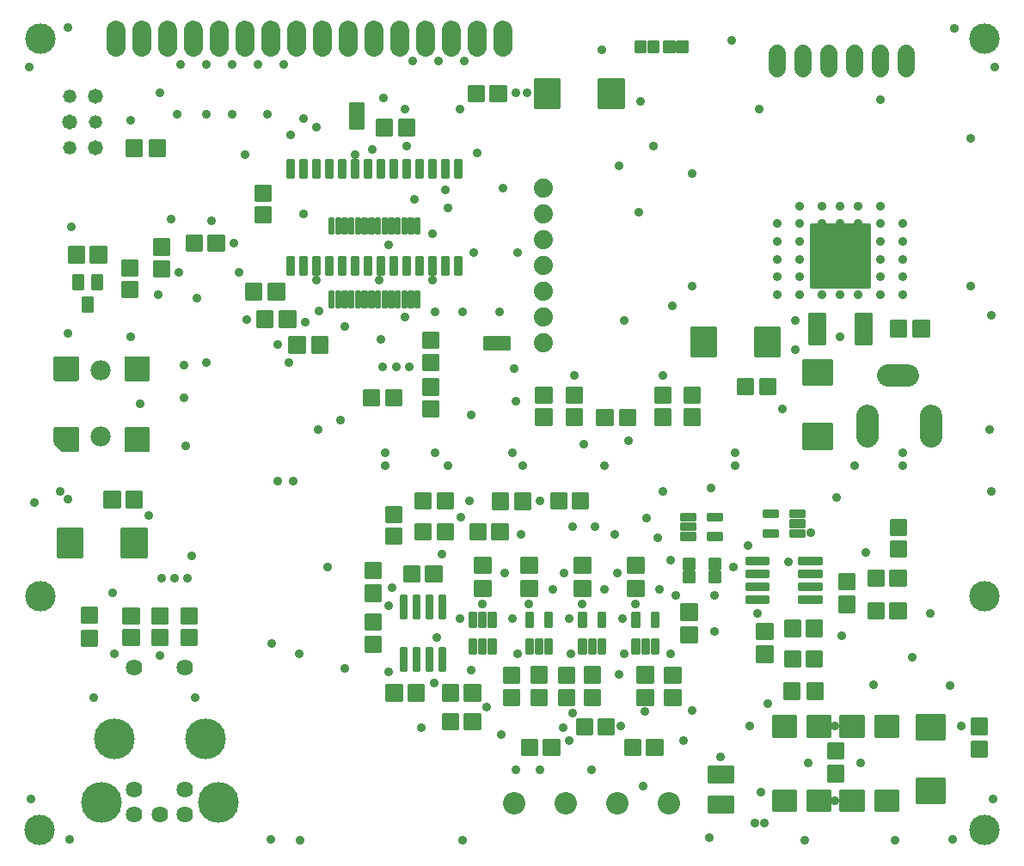
<source format=gbr>
G04 EAGLE Gerber RS-274X export*
G75*
%MOMM*%
%FSLAX34Y34*%
%LPD*%
%INSoldermask Top*%
%IPPOS*%
%AMOC8*
5,1,8,0,0,1.08239X$1,22.5*%
G01*
%ADD10C,3.003200*%
%ADD11C,0.401003*%
%ADD12C,1.879600*%
%ADD13C,0.408431*%
%ADD14C,1.320800*%
%ADD15C,0.412494*%
%ADD16C,1.625600*%
%ADD17C,4.019200*%
%ADD18C,0.420222*%
%ADD19C,0.414734*%
%ADD20C,0.390478*%
%ADD21C,2.203200*%
%ADD22C,0.402334*%
%ADD23C,0.409087*%
%ADD24C,0.404144*%
%ADD25C,1.727200*%
%ADD26C,1.879600*%
%ADD27C,2.203200*%
%ADD28C,0.409631*%
%ADD29C,1.981200*%
%ADD30C,0.909600*%
%ADD31C,1.473200*%

G36*
X131471Y467110D02*
X131471Y467110D01*
X131497Y467108D01*
X131644Y467130D01*
X131791Y467147D01*
X131816Y467155D01*
X131842Y467159D01*
X131980Y467214D01*
X132119Y467264D01*
X132141Y467278D01*
X132166Y467288D01*
X132287Y467373D01*
X132412Y467453D01*
X132430Y467472D01*
X132452Y467487D01*
X132551Y467597D01*
X132654Y467704D01*
X132668Y467726D01*
X132685Y467746D01*
X132757Y467876D01*
X132833Y468003D01*
X132841Y468028D01*
X132854Y468051D01*
X132894Y468194D01*
X132939Y468335D01*
X132941Y468361D01*
X132949Y468386D01*
X132968Y468630D01*
X132968Y490220D01*
X132965Y490246D01*
X132967Y490272D01*
X132945Y490419D01*
X132928Y490566D01*
X132920Y490591D01*
X132916Y490617D01*
X132861Y490755D01*
X132811Y490894D01*
X132797Y490916D01*
X132787Y490941D01*
X132702Y491062D01*
X132622Y491187D01*
X132603Y491205D01*
X132588Y491227D01*
X132478Y491326D01*
X132371Y491429D01*
X132349Y491443D01*
X132329Y491460D01*
X132199Y491532D01*
X132072Y491608D01*
X132047Y491616D01*
X132024Y491629D01*
X131881Y491669D01*
X131740Y491714D01*
X131714Y491716D01*
X131689Y491724D01*
X131445Y491743D01*
X109855Y491743D01*
X109829Y491740D01*
X109803Y491742D01*
X109656Y491720D01*
X109509Y491703D01*
X109484Y491695D01*
X109458Y491691D01*
X109320Y491636D01*
X109181Y491586D01*
X109159Y491572D01*
X109134Y491562D01*
X109013Y491477D01*
X108888Y491397D01*
X108870Y491378D01*
X108848Y491363D01*
X108749Y491253D01*
X108646Y491146D01*
X108632Y491124D01*
X108615Y491104D01*
X108543Y490974D01*
X108467Y490847D01*
X108459Y490822D01*
X108446Y490799D01*
X108406Y490656D01*
X108361Y490515D01*
X108359Y490489D01*
X108351Y490464D01*
X108332Y490220D01*
X108332Y468630D01*
X108335Y468604D01*
X108333Y468578D01*
X108355Y468431D01*
X108372Y468284D01*
X108380Y468259D01*
X108384Y468233D01*
X108439Y468095D01*
X108489Y467956D01*
X108503Y467934D01*
X108513Y467909D01*
X108598Y467788D01*
X108678Y467663D01*
X108697Y467645D01*
X108712Y467623D01*
X108822Y467524D01*
X108929Y467421D01*
X108951Y467407D01*
X108971Y467390D01*
X109101Y467318D01*
X109228Y467242D01*
X109253Y467234D01*
X109276Y467221D01*
X109419Y467181D01*
X109560Y467136D01*
X109586Y467134D01*
X109611Y467126D01*
X109855Y467107D01*
X131445Y467107D01*
X131471Y467110D01*
G37*
G36*
X61621Y467110D02*
X61621Y467110D01*
X61647Y467108D01*
X61794Y467130D01*
X61941Y467147D01*
X61966Y467155D01*
X61992Y467159D01*
X62130Y467214D01*
X62269Y467264D01*
X62291Y467278D01*
X62316Y467288D01*
X62437Y467373D01*
X62562Y467453D01*
X62580Y467472D01*
X62602Y467487D01*
X62701Y467597D01*
X62804Y467704D01*
X62818Y467726D01*
X62835Y467746D01*
X62907Y467876D01*
X62983Y468003D01*
X62991Y468028D01*
X63004Y468051D01*
X63044Y468194D01*
X63089Y468335D01*
X63091Y468361D01*
X63099Y468386D01*
X63118Y468630D01*
X63118Y490220D01*
X63115Y490246D01*
X63117Y490272D01*
X63095Y490419D01*
X63078Y490566D01*
X63070Y490591D01*
X63066Y490617D01*
X63011Y490755D01*
X62961Y490894D01*
X62947Y490916D01*
X62937Y490941D01*
X62852Y491062D01*
X62772Y491187D01*
X62753Y491205D01*
X62738Y491227D01*
X62628Y491326D01*
X62521Y491429D01*
X62499Y491443D01*
X62479Y491460D01*
X62349Y491532D01*
X62222Y491608D01*
X62197Y491616D01*
X62174Y491629D01*
X62031Y491669D01*
X61890Y491714D01*
X61864Y491716D01*
X61839Y491724D01*
X61595Y491743D01*
X40005Y491743D01*
X39979Y491740D01*
X39953Y491742D01*
X39806Y491720D01*
X39659Y491703D01*
X39634Y491695D01*
X39608Y491691D01*
X39470Y491636D01*
X39331Y491586D01*
X39309Y491572D01*
X39284Y491562D01*
X39163Y491477D01*
X39038Y491397D01*
X39020Y491378D01*
X38998Y491363D01*
X38899Y491253D01*
X38796Y491146D01*
X38782Y491124D01*
X38765Y491104D01*
X38693Y490974D01*
X38617Y490847D01*
X38609Y490822D01*
X38596Y490799D01*
X38556Y490656D01*
X38511Y490515D01*
X38509Y490489D01*
X38501Y490464D01*
X38482Y490220D01*
X38482Y468630D01*
X38485Y468604D01*
X38483Y468578D01*
X38505Y468431D01*
X38522Y468284D01*
X38530Y468259D01*
X38534Y468233D01*
X38589Y468095D01*
X38639Y467956D01*
X38653Y467934D01*
X38663Y467909D01*
X38748Y467788D01*
X38828Y467663D01*
X38847Y467645D01*
X38862Y467623D01*
X38972Y467524D01*
X39079Y467421D01*
X39101Y467407D01*
X39121Y467390D01*
X39251Y467318D01*
X39378Y467242D01*
X39403Y467234D01*
X39426Y467221D01*
X39569Y467181D01*
X39710Y467136D01*
X39736Y467134D01*
X39761Y467126D01*
X40005Y467107D01*
X61595Y467107D01*
X61621Y467110D01*
G37*
G36*
X131471Y397260D02*
X131471Y397260D01*
X131497Y397258D01*
X131644Y397280D01*
X131791Y397297D01*
X131816Y397305D01*
X131842Y397309D01*
X131980Y397364D01*
X132119Y397414D01*
X132141Y397428D01*
X132166Y397438D01*
X132287Y397523D01*
X132412Y397603D01*
X132430Y397622D01*
X132452Y397637D01*
X132551Y397747D01*
X132654Y397854D01*
X132668Y397876D01*
X132685Y397896D01*
X132757Y398026D01*
X132833Y398153D01*
X132841Y398178D01*
X132854Y398201D01*
X132894Y398344D01*
X132939Y398485D01*
X132941Y398511D01*
X132949Y398536D01*
X132968Y398780D01*
X132968Y420370D01*
X132965Y420396D01*
X132967Y420422D01*
X132945Y420569D01*
X132928Y420716D01*
X132920Y420741D01*
X132916Y420767D01*
X132861Y420905D01*
X132811Y421044D01*
X132797Y421066D01*
X132787Y421091D01*
X132702Y421212D01*
X132622Y421337D01*
X132603Y421355D01*
X132588Y421377D01*
X132478Y421476D01*
X132371Y421579D01*
X132349Y421593D01*
X132329Y421610D01*
X132199Y421682D01*
X132072Y421758D01*
X132047Y421766D01*
X132024Y421779D01*
X131881Y421819D01*
X131740Y421864D01*
X131714Y421866D01*
X131689Y421874D01*
X131445Y421893D01*
X109855Y421893D01*
X109829Y421890D01*
X109803Y421892D01*
X109656Y421870D01*
X109509Y421853D01*
X109484Y421845D01*
X109458Y421841D01*
X109320Y421786D01*
X109181Y421736D01*
X109159Y421722D01*
X109134Y421712D01*
X109013Y421627D01*
X108888Y421547D01*
X108870Y421528D01*
X108848Y421513D01*
X108749Y421403D01*
X108646Y421296D01*
X108632Y421274D01*
X108615Y421254D01*
X108543Y421124D01*
X108467Y420997D01*
X108459Y420972D01*
X108446Y420949D01*
X108406Y420806D01*
X108361Y420665D01*
X108359Y420639D01*
X108351Y420614D01*
X108332Y420370D01*
X108332Y398780D01*
X108335Y398754D01*
X108333Y398728D01*
X108355Y398581D01*
X108372Y398434D01*
X108380Y398409D01*
X108384Y398383D01*
X108439Y398245D01*
X108489Y398106D01*
X108503Y398084D01*
X108513Y398059D01*
X108598Y397938D01*
X108678Y397813D01*
X108697Y397795D01*
X108712Y397773D01*
X108822Y397674D01*
X108929Y397571D01*
X108951Y397557D01*
X108971Y397540D01*
X109101Y397468D01*
X109228Y397392D01*
X109253Y397384D01*
X109276Y397371D01*
X109419Y397331D01*
X109560Y397286D01*
X109586Y397284D01*
X109611Y397276D01*
X109855Y397257D01*
X131445Y397257D01*
X131471Y397260D01*
G37*
G36*
X61621Y397260D02*
X61621Y397260D01*
X61647Y397258D01*
X61794Y397280D01*
X61941Y397297D01*
X61966Y397305D01*
X61992Y397309D01*
X62130Y397364D01*
X62269Y397414D01*
X62291Y397428D01*
X62316Y397438D01*
X62437Y397523D01*
X62562Y397603D01*
X62580Y397622D01*
X62602Y397637D01*
X62701Y397747D01*
X62804Y397854D01*
X62818Y397876D01*
X62835Y397896D01*
X62907Y398026D01*
X62983Y398153D01*
X62991Y398178D01*
X63004Y398201D01*
X63044Y398344D01*
X63089Y398485D01*
X63091Y398511D01*
X63099Y398536D01*
X63118Y398780D01*
X63118Y420370D01*
X63115Y420396D01*
X63117Y420422D01*
X63095Y420569D01*
X63078Y420716D01*
X63070Y420741D01*
X63066Y420767D01*
X63011Y420905D01*
X62961Y421044D01*
X62947Y421066D01*
X62937Y421091D01*
X62852Y421212D01*
X62772Y421337D01*
X62753Y421355D01*
X62738Y421377D01*
X62628Y421476D01*
X62521Y421579D01*
X62499Y421593D01*
X62479Y421610D01*
X62349Y421682D01*
X62222Y421758D01*
X62197Y421766D01*
X62174Y421779D01*
X62031Y421819D01*
X61890Y421864D01*
X61864Y421866D01*
X61839Y421874D01*
X61595Y421893D01*
X40005Y421893D01*
X39979Y421890D01*
X39953Y421892D01*
X39806Y421870D01*
X39659Y421853D01*
X39634Y421845D01*
X39608Y421841D01*
X39470Y421786D01*
X39331Y421736D01*
X39309Y421722D01*
X39284Y421712D01*
X39163Y421627D01*
X39038Y421547D01*
X39020Y421528D01*
X38998Y421513D01*
X38899Y421403D01*
X38796Y421296D01*
X38782Y421274D01*
X38765Y421254D01*
X38693Y421124D01*
X38617Y420997D01*
X38609Y420972D01*
X38596Y420949D01*
X38556Y420806D01*
X38511Y420665D01*
X38509Y420639D01*
X38501Y420614D01*
X38482Y420370D01*
X38482Y406400D01*
X38487Y406353D01*
X38486Y406344D01*
X38494Y406293D01*
X38496Y406274D01*
X38503Y406148D01*
X38516Y406102D01*
X38522Y406054D01*
X38536Y406014D01*
X38538Y405999D01*
X38565Y405931D01*
X38599Y405813D01*
X38623Y405771D01*
X38639Y405726D01*
X38659Y405695D01*
X38667Y405676D01*
X38716Y405605D01*
X38769Y405509D01*
X38809Y405463D01*
X38828Y405433D01*
X38851Y405411D01*
X38866Y405389D01*
X38890Y405368D01*
X38928Y405323D01*
X46548Y397703D01*
X46647Y397624D01*
X46741Y397540D01*
X46783Y397516D01*
X46821Y397486D01*
X46935Y397432D01*
X47046Y397371D01*
X47092Y397358D01*
X47136Y397337D01*
X47259Y397311D01*
X47381Y397276D01*
X47442Y397272D01*
X47477Y397264D01*
X47525Y397265D01*
X47625Y397257D01*
X61595Y397257D01*
X61621Y397260D01*
G37*
D10*
X24606Y24606D03*
X954881Y24606D03*
D11*
X273724Y573339D02*
X269202Y573339D01*
X269202Y588361D01*
X273724Y588361D01*
X273724Y573339D01*
X273724Y577148D02*
X269202Y577148D01*
X269202Y580957D02*
X273724Y580957D01*
X273724Y584766D02*
X269202Y584766D01*
X281902Y573339D02*
X286424Y573339D01*
X281902Y573339D02*
X281902Y588361D01*
X286424Y588361D01*
X286424Y573339D01*
X286424Y577148D02*
X281902Y577148D01*
X281902Y580957D02*
X286424Y580957D01*
X286424Y584766D02*
X281902Y584766D01*
X294602Y573339D02*
X299124Y573339D01*
X294602Y573339D02*
X294602Y588361D01*
X299124Y588361D01*
X299124Y573339D01*
X299124Y577148D02*
X294602Y577148D01*
X294602Y580957D02*
X299124Y580957D01*
X299124Y584766D02*
X294602Y584766D01*
X307302Y573339D02*
X311824Y573339D01*
X307302Y573339D02*
X307302Y588361D01*
X311824Y588361D01*
X311824Y573339D01*
X311824Y577148D02*
X307302Y577148D01*
X307302Y580957D02*
X311824Y580957D01*
X311824Y584766D02*
X307302Y584766D01*
X320002Y573339D02*
X324524Y573339D01*
X320002Y573339D02*
X320002Y588361D01*
X324524Y588361D01*
X324524Y573339D01*
X324524Y577148D02*
X320002Y577148D01*
X320002Y580957D02*
X324524Y580957D01*
X324524Y584766D02*
X320002Y584766D01*
X332702Y573339D02*
X337224Y573339D01*
X332702Y573339D02*
X332702Y588361D01*
X337224Y588361D01*
X337224Y573339D01*
X337224Y577148D02*
X332702Y577148D01*
X332702Y580957D02*
X337224Y580957D01*
X337224Y584766D02*
X332702Y584766D01*
X345402Y573339D02*
X349924Y573339D01*
X345402Y573339D02*
X345402Y588361D01*
X349924Y588361D01*
X349924Y573339D01*
X349924Y577148D02*
X345402Y577148D01*
X345402Y580957D02*
X349924Y580957D01*
X349924Y584766D02*
X345402Y584766D01*
X358102Y573339D02*
X362624Y573339D01*
X358102Y573339D02*
X358102Y588361D01*
X362624Y588361D01*
X362624Y573339D01*
X362624Y577148D02*
X358102Y577148D01*
X358102Y580957D02*
X362624Y580957D01*
X362624Y584766D02*
X358102Y584766D01*
X370802Y573339D02*
X375324Y573339D01*
X370802Y573339D02*
X370802Y588361D01*
X375324Y588361D01*
X375324Y573339D01*
X375324Y577148D02*
X370802Y577148D01*
X370802Y580957D02*
X375324Y580957D01*
X375324Y584766D02*
X370802Y584766D01*
X383502Y573339D02*
X388024Y573339D01*
X383502Y573339D02*
X383502Y588361D01*
X388024Y588361D01*
X388024Y573339D01*
X388024Y577148D02*
X383502Y577148D01*
X383502Y580957D02*
X388024Y580957D01*
X388024Y584766D02*
X383502Y584766D01*
X375324Y668939D02*
X370802Y668939D01*
X370802Y683961D01*
X375324Y683961D01*
X375324Y668939D01*
X375324Y672748D02*
X370802Y672748D01*
X370802Y676557D02*
X375324Y676557D01*
X375324Y680366D02*
X370802Y680366D01*
X383502Y668939D02*
X388024Y668939D01*
X383502Y668939D02*
X383502Y683961D01*
X388024Y683961D01*
X388024Y668939D01*
X388024Y672748D02*
X383502Y672748D01*
X383502Y676557D02*
X388024Y676557D01*
X388024Y680366D02*
X383502Y680366D01*
X396202Y668939D02*
X400724Y668939D01*
X396202Y668939D02*
X396202Y683961D01*
X400724Y683961D01*
X400724Y668939D01*
X400724Y672748D02*
X396202Y672748D01*
X396202Y676557D02*
X400724Y676557D01*
X400724Y680366D02*
X396202Y680366D01*
X408902Y668939D02*
X413424Y668939D01*
X408902Y668939D02*
X408902Y683961D01*
X413424Y683961D01*
X413424Y668939D01*
X413424Y672748D02*
X408902Y672748D01*
X408902Y676557D02*
X413424Y676557D01*
X413424Y680366D02*
X408902Y680366D01*
X421602Y668939D02*
X426124Y668939D01*
X421602Y668939D02*
X421602Y683961D01*
X426124Y683961D01*
X426124Y668939D01*
X426124Y672748D02*
X421602Y672748D01*
X421602Y676557D02*
X426124Y676557D01*
X426124Y680366D02*
X421602Y680366D01*
X434302Y668939D02*
X438824Y668939D01*
X434302Y668939D02*
X434302Y683961D01*
X438824Y683961D01*
X438824Y668939D01*
X438824Y672748D02*
X434302Y672748D01*
X434302Y676557D02*
X438824Y676557D01*
X438824Y680366D02*
X434302Y680366D01*
X434302Y573339D02*
X438824Y573339D01*
X434302Y573339D02*
X434302Y588361D01*
X438824Y588361D01*
X438824Y573339D01*
X438824Y577148D02*
X434302Y577148D01*
X434302Y580957D02*
X438824Y580957D01*
X438824Y584766D02*
X434302Y584766D01*
X426124Y573339D02*
X421602Y573339D01*
X421602Y588361D01*
X426124Y588361D01*
X426124Y573339D01*
X426124Y577148D02*
X421602Y577148D01*
X421602Y580957D02*
X426124Y580957D01*
X426124Y584766D02*
X421602Y584766D01*
X413424Y573339D02*
X408902Y573339D01*
X408902Y588361D01*
X413424Y588361D01*
X413424Y573339D01*
X413424Y577148D02*
X408902Y577148D01*
X408902Y580957D02*
X413424Y580957D01*
X413424Y584766D02*
X408902Y584766D01*
X400724Y573339D02*
X396202Y573339D01*
X396202Y588361D01*
X400724Y588361D01*
X400724Y573339D01*
X400724Y577148D02*
X396202Y577148D01*
X396202Y580957D02*
X400724Y580957D01*
X400724Y584766D02*
X396202Y584766D01*
X362624Y668939D02*
X358102Y668939D01*
X358102Y683961D01*
X362624Y683961D01*
X362624Y668939D01*
X362624Y672748D02*
X358102Y672748D01*
X358102Y676557D02*
X362624Y676557D01*
X362624Y680366D02*
X358102Y680366D01*
X349924Y668939D02*
X345402Y668939D01*
X345402Y683961D01*
X349924Y683961D01*
X349924Y668939D01*
X349924Y672748D02*
X345402Y672748D01*
X345402Y676557D02*
X349924Y676557D01*
X349924Y680366D02*
X345402Y680366D01*
X337224Y668939D02*
X332702Y668939D01*
X332702Y683961D01*
X337224Y683961D01*
X337224Y668939D01*
X337224Y672748D02*
X332702Y672748D01*
X332702Y676557D02*
X337224Y676557D01*
X337224Y680366D02*
X332702Y680366D01*
X324524Y668939D02*
X320002Y668939D01*
X320002Y683961D01*
X324524Y683961D01*
X324524Y668939D01*
X324524Y672748D02*
X320002Y672748D01*
X320002Y676557D02*
X324524Y676557D01*
X324524Y680366D02*
X320002Y680366D01*
X311824Y668939D02*
X307302Y668939D01*
X307302Y683961D01*
X311824Y683961D01*
X311824Y668939D01*
X311824Y672748D02*
X307302Y672748D01*
X307302Y676557D02*
X311824Y676557D01*
X311824Y680366D02*
X307302Y680366D01*
X299124Y668939D02*
X294602Y668939D01*
X294602Y683961D01*
X299124Y683961D01*
X299124Y668939D01*
X299124Y672748D02*
X294602Y672748D01*
X294602Y676557D02*
X299124Y676557D01*
X299124Y680366D02*
X294602Y680366D01*
X286424Y668939D02*
X281902Y668939D01*
X281902Y683961D01*
X286424Y683961D01*
X286424Y668939D01*
X286424Y672748D02*
X281902Y672748D01*
X281902Y676557D02*
X286424Y676557D01*
X286424Y680366D02*
X281902Y680366D01*
X273724Y668939D02*
X269202Y668939D01*
X269202Y683961D01*
X273724Y683961D01*
X273724Y668939D01*
X273724Y672748D02*
X269202Y672748D01*
X269202Y676557D02*
X273724Y676557D01*
X273724Y680366D02*
X269202Y680366D01*
D12*
X100013Y796481D02*
X100013Y813245D01*
X125413Y813245D02*
X125413Y796481D01*
X150813Y796481D02*
X150813Y813245D01*
X176213Y813245D02*
X176213Y796481D01*
X201613Y796481D02*
X201613Y813245D01*
X227013Y813245D02*
X227013Y796481D01*
X252413Y796481D02*
X252413Y813245D01*
X277813Y813245D02*
X277813Y796481D01*
X303213Y796481D02*
X303213Y813245D01*
X328613Y813245D02*
X328613Y796481D01*
X354013Y796481D02*
X354013Y813245D01*
X379413Y813245D02*
X379413Y796481D01*
X404813Y796481D02*
X404813Y813245D01*
X430213Y813245D02*
X430213Y796481D01*
X455613Y796481D02*
X455613Y813245D01*
X481013Y813245D02*
X481013Y796481D01*
D10*
X25013Y804863D03*
X25013Y254863D03*
X955013Y804863D03*
X955013Y254863D03*
D13*
X660271Y447216D02*
X660271Y460150D01*
X673229Y460150D01*
X673229Y447216D01*
X660271Y447216D01*
X660271Y451096D02*
X673229Y451096D01*
X673229Y454976D02*
X660271Y454976D01*
X660271Y458856D02*
X673229Y458856D01*
X660271Y438610D02*
X660271Y425676D01*
X660271Y438610D02*
X673229Y438610D01*
X673229Y425676D01*
X660271Y425676D01*
X660271Y429556D02*
X673229Y429556D01*
X673229Y433436D02*
X660271Y433436D01*
X660271Y437316D02*
X673229Y437316D01*
X274912Y535232D02*
X261978Y535232D01*
X274912Y535232D02*
X274912Y522044D01*
X261978Y522044D01*
X261978Y535232D01*
X261978Y525924D02*
X274912Y525924D01*
X274912Y529804D02*
X261978Y529804D01*
X261978Y533684D02*
X274912Y533684D01*
X252372Y535232D02*
X239438Y535232D01*
X252372Y535232D02*
X252372Y522044D01*
X239438Y522044D01*
X239438Y535232D01*
X239438Y525924D02*
X252372Y525924D01*
X252372Y529804D02*
X239438Y529804D01*
X239438Y533684D02*
X252372Y533684D01*
X149354Y221122D02*
X149354Y208188D01*
X136396Y208188D01*
X136396Y221122D01*
X149354Y221122D01*
X149354Y212068D02*
X136396Y212068D01*
X136396Y215948D02*
X149354Y215948D01*
X149354Y219828D02*
X136396Y219828D01*
X149354Y229728D02*
X149354Y242662D01*
X149354Y229728D02*
X136396Y229728D01*
X136396Y242662D01*
X149354Y242662D01*
X149354Y233608D02*
X136396Y233608D01*
X136396Y237488D02*
X149354Y237488D01*
X149354Y241368D02*
X136396Y241368D01*
X120779Y221122D02*
X120779Y208188D01*
X107821Y208188D01*
X107821Y221122D01*
X120779Y221122D01*
X120779Y212068D02*
X107821Y212068D01*
X107821Y215948D02*
X120779Y215948D01*
X120779Y219828D02*
X107821Y219828D01*
X120779Y229728D02*
X120779Y242662D01*
X120779Y229728D02*
X107821Y229728D01*
X107821Y242662D01*
X120779Y242662D01*
X120779Y233608D02*
X107821Y233608D01*
X107821Y237488D02*
X120779Y237488D01*
X120779Y241368D02*
X107821Y241368D01*
X177929Y221122D02*
X177929Y208188D01*
X164971Y208188D01*
X164971Y221122D01*
X177929Y221122D01*
X177929Y212068D02*
X164971Y212068D01*
X164971Y215948D02*
X177929Y215948D01*
X177929Y219828D02*
X164971Y219828D01*
X177929Y229728D02*
X177929Y242662D01*
X177929Y229728D02*
X164971Y229728D01*
X164971Y242662D01*
X177929Y242662D01*
X177929Y233608D02*
X164971Y233608D01*
X164971Y237488D02*
X177929Y237488D01*
X177929Y241368D02*
X164971Y241368D01*
D14*
X53975Y696913D03*
X79375Y722313D03*
X53975Y747713D03*
D13*
X447901Y744409D02*
X460835Y744409D01*
X447901Y744409D02*
X447901Y757367D01*
X460835Y757367D01*
X460835Y744409D01*
X460835Y748289D02*
X447901Y748289D01*
X447901Y752169D02*
X460835Y752169D01*
X460835Y756049D02*
X447901Y756049D01*
X469441Y744409D02*
X482375Y744409D01*
X469441Y744409D02*
X469441Y757367D01*
X482375Y757367D01*
X482375Y744409D01*
X482375Y748289D02*
X469441Y748289D01*
X469441Y752169D02*
X482375Y752169D01*
X482375Y756049D02*
X469441Y756049D01*
D15*
X341854Y717009D02*
X331246Y717009D01*
X331246Y740317D01*
X341854Y740317D01*
X341854Y717009D01*
X341854Y720928D02*
X331246Y720928D01*
X331246Y724847D02*
X341854Y724847D01*
X341854Y728766D02*
X331246Y728766D01*
X331246Y732685D02*
X341854Y732685D01*
X341854Y736604D02*
X331246Y736604D01*
D16*
X167875Y39688D03*
X117875Y39688D03*
X142875Y39688D03*
X117875Y184688D03*
X167875Y184688D03*
D17*
X187875Y114688D03*
X97875Y114688D03*
X200375Y52188D03*
X85375Y52188D03*
D16*
X167875Y64688D03*
X117875Y64688D03*
D15*
X486317Y499521D02*
X486317Y510129D01*
X486317Y499521D02*
X463009Y499521D01*
X463009Y510129D01*
X486317Y510129D01*
X486317Y503440D02*
X463009Y503440D01*
X463009Y507359D02*
X486317Y507359D01*
D18*
X784885Y560623D02*
X840715Y560623D01*
X784885Y560623D02*
X784885Y620453D01*
X840715Y620453D01*
X840715Y560623D01*
X840715Y564615D02*
X784885Y564615D01*
X784885Y568607D02*
X840715Y568607D01*
X840715Y572599D02*
X784885Y572599D01*
X784885Y576591D02*
X840715Y576591D01*
X840715Y580583D02*
X784885Y580583D01*
X784885Y584575D02*
X840715Y584575D01*
X840715Y588567D02*
X784885Y588567D01*
X784885Y592559D02*
X840715Y592559D01*
X840715Y596551D02*
X784885Y596551D01*
X784885Y600543D02*
X840715Y600543D01*
X840715Y604535D02*
X784885Y604535D01*
X784885Y608527D02*
X840715Y608527D01*
X840715Y612519D02*
X784885Y612519D01*
X784885Y616511D02*
X840715Y616511D01*
D19*
X796943Y504795D02*
X783057Y504795D01*
X783057Y532681D01*
X796943Y532681D01*
X796943Y504795D01*
X796943Y508735D02*
X783057Y508735D01*
X783057Y512675D02*
X796943Y512675D01*
X796943Y516615D02*
X783057Y516615D01*
X783057Y520555D02*
X796943Y520555D01*
X796943Y524495D02*
X783057Y524495D01*
X783057Y528435D02*
X796943Y528435D01*
X796943Y532375D02*
X783057Y532375D01*
X828657Y504795D02*
X842543Y504795D01*
X828657Y504795D02*
X828657Y532681D01*
X842543Y532681D01*
X842543Y504795D01*
X842543Y508735D02*
X828657Y508735D01*
X828657Y512675D02*
X842543Y512675D01*
X842543Y516615D02*
X828657Y516615D01*
X828657Y520555D02*
X842543Y520555D01*
X842543Y524495D02*
X828657Y524495D01*
X828657Y528435D02*
X842543Y528435D01*
X842543Y532375D02*
X828657Y532375D01*
D20*
X803639Y424064D02*
X803639Y401936D01*
X777511Y401936D01*
X777511Y424064D01*
X803639Y424064D01*
X803639Y405646D02*
X777511Y405646D01*
X777511Y409356D02*
X803639Y409356D01*
X803639Y413066D02*
X777511Y413066D01*
X777511Y416776D02*
X803639Y416776D01*
X803639Y420486D02*
X777511Y420486D01*
X777511Y464936D02*
X777511Y487064D01*
X803639Y487064D01*
X803639Y464936D01*
X777511Y464936D01*
X777511Y468646D02*
X803639Y468646D01*
X803639Y472356D02*
X777511Y472356D01*
X777511Y476066D02*
X803639Y476066D01*
X803639Y479776D02*
X777511Y479776D01*
X777511Y483486D02*
X803639Y483486D01*
X535189Y737824D02*
X513061Y737824D01*
X513061Y763952D01*
X535189Y763952D01*
X535189Y737824D01*
X535189Y741534D02*
X513061Y741534D01*
X513061Y745244D02*
X535189Y745244D01*
X535189Y748954D02*
X513061Y748954D01*
X513061Y752664D02*
X535189Y752664D01*
X535189Y756374D02*
X513061Y756374D01*
X513061Y760084D02*
X535189Y760084D01*
X535189Y763794D02*
X513061Y763794D01*
X576061Y763952D02*
X598189Y763952D01*
X598189Y737824D01*
X576061Y737824D01*
X576061Y763952D01*
X576061Y741534D02*
X598189Y741534D01*
X598189Y745244D02*
X576061Y745244D01*
X576061Y748954D02*
X598189Y748954D01*
X598189Y752664D02*
X576061Y752664D01*
X576061Y756374D02*
X598189Y756374D01*
X598189Y760084D02*
X576061Y760084D01*
X576061Y763794D02*
X598189Y763794D01*
X667049Y493349D02*
X689177Y493349D01*
X667049Y493349D02*
X667049Y519477D01*
X689177Y519477D01*
X689177Y493349D01*
X689177Y497059D02*
X667049Y497059D01*
X667049Y500769D02*
X689177Y500769D01*
X689177Y504479D02*
X667049Y504479D01*
X667049Y508189D02*
X689177Y508189D01*
X689177Y511899D02*
X667049Y511899D01*
X667049Y515609D02*
X689177Y515609D01*
X689177Y519319D02*
X667049Y519319D01*
X730049Y519477D02*
X752177Y519477D01*
X752177Y493349D01*
X730049Y493349D01*
X730049Y519477D01*
X730049Y497059D02*
X752177Y497059D01*
X752177Y500769D02*
X730049Y500769D01*
X730049Y504479D02*
X752177Y504479D01*
X752177Y508189D02*
X730049Y508189D01*
X730049Y511899D02*
X752177Y511899D01*
X752177Y515609D02*
X730049Y515609D01*
X730049Y519319D02*
X752177Y519319D01*
D13*
X885866Y525707D02*
X898800Y525707D01*
X898800Y512519D01*
X885866Y512519D01*
X885866Y525707D01*
X885866Y516399D02*
X898800Y516399D01*
X898800Y520279D02*
X885866Y520279D01*
X885866Y524159D02*
X898800Y524159D01*
X876260Y525707D02*
X863326Y525707D01*
X876260Y525707D02*
X876260Y512519D01*
X863326Y512519D01*
X863326Y525707D01*
X863326Y516399D02*
X876260Y516399D01*
X876260Y520279D02*
X863326Y520279D01*
X863326Y524159D02*
X876260Y524159D01*
X392387Y724144D02*
X379453Y724144D01*
X392387Y724144D02*
X392387Y710956D01*
X379453Y710956D01*
X379453Y724144D01*
X379453Y714836D02*
X392387Y714836D01*
X392387Y718716D02*
X379453Y718716D01*
X379453Y722596D02*
X392387Y722596D01*
X369847Y724144D02*
X356913Y724144D01*
X369847Y724144D02*
X369847Y710956D01*
X356913Y710956D01*
X356913Y724144D01*
X356913Y714836D02*
X369847Y714836D01*
X369847Y718716D02*
X356913Y718716D01*
X356913Y722596D02*
X369847Y722596D01*
X123785Y690319D02*
X110851Y690319D01*
X110851Y703507D01*
X123785Y703507D01*
X123785Y690319D01*
X123785Y694199D02*
X110851Y694199D01*
X110851Y698079D02*
X123785Y698079D01*
X123785Y701959D02*
X110851Y701959D01*
X133391Y690319D02*
X146325Y690319D01*
X133391Y690319D02*
X133391Y703507D01*
X146325Y703507D01*
X146325Y690319D01*
X146325Y694199D02*
X133391Y694199D01*
X133391Y698079D02*
X146325Y698079D01*
X146325Y701959D02*
X133391Y701959D01*
X735053Y468557D02*
X747987Y468557D01*
X747987Y455369D01*
X735053Y455369D01*
X735053Y468557D01*
X735053Y459249D02*
X747987Y459249D01*
X747987Y463129D02*
X735053Y463129D01*
X735053Y467009D02*
X747987Y467009D01*
X725447Y468557D02*
X712513Y468557D01*
X725447Y468557D02*
X725447Y455369D01*
X712513Y455369D01*
X712513Y468557D01*
X712513Y459249D02*
X725447Y459249D01*
X725447Y463129D02*
X712513Y463129D01*
X712513Y467009D02*
X725447Y467009D01*
D21*
X839900Y432675D02*
X839900Y412675D01*
X902900Y412675D02*
X902900Y432675D01*
X879900Y472675D02*
X859900Y472675D01*
D13*
X204562Y609729D02*
X191628Y609729D01*
X204562Y609729D02*
X204562Y596771D01*
X191628Y596771D01*
X191628Y609729D01*
X191628Y600651D02*
X204562Y600651D01*
X204562Y604531D02*
X191628Y604531D01*
X191628Y608411D02*
X204562Y608411D01*
X183022Y609729D02*
X170088Y609729D01*
X183022Y609729D02*
X183022Y596771D01*
X170088Y596771D01*
X170088Y609729D01*
X170088Y600651D02*
X183022Y600651D01*
X183022Y604531D02*
X170088Y604531D01*
X170088Y608411D02*
X183022Y608411D01*
D22*
X653140Y801010D02*
X661310Y801010D01*
X661310Y792840D01*
X653140Y792840D01*
X653140Y801010D01*
X653140Y796662D02*
X661310Y796662D01*
X661310Y800484D02*
X653140Y800484D01*
X648610Y801010D02*
X640440Y801010D01*
X648610Y801010D02*
X648610Y792840D01*
X640440Y792840D01*
X640440Y801010D01*
X640440Y796662D02*
X648610Y796662D01*
X648610Y800484D02*
X640440Y800484D01*
X620035Y792840D02*
X611865Y792840D01*
X611865Y801010D01*
X620035Y801010D01*
X620035Y792840D01*
X620035Y796662D02*
X611865Y796662D01*
X611865Y800484D02*
X620035Y800484D01*
X624565Y792840D02*
X632735Y792840D01*
X624565Y792840D02*
X624565Y801010D01*
X632735Y801010D01*
X632735Y792840D01*
X632735Y796662D02*
X624565Y796662D01*
X624565Y800484D02*
X632735Y800484D01*
D13*
X150942Y584660D02*
X150942Y571726D01*
X137984Y571726D01*
X137984Y584660D01*
X150942Y584660D01*
X150942Y575606D02*
X137984Y575606D01*
X137984Y579486D02*
X150942Y579486D01*
X150942Y583366D02*
X137984Y583366D01*
X150942Y593266D02*
X150942Y606200D01*
X150942Y593266D02*
X137984Y593266D01*
X137984Y606200D01*
X150942Y606200D01*
X150942Y597146D02*
X137984Y597146D01*
X137984Y601026D02*
X150942Y601026D01*
X150942Y604906D02*
X137984Y604906D01*
X271188Y496644D02*
X284122Y496644D01*
X271188Y496644D02*
X271188Y509832D01*
X284122Y509832D01*
X284122Y496644D01*
X284122Y500524D02*
X271188Y500524D01*
X271188Y504404D02*
X284122Y504404D01*
X284122Y508284D02*
X271188Y508284D01*
X293728Y496644D02*
X306662Y496644D01*
X293728Y496644D02*
X293728Y509832D01*
X306662Y509832D01*
X306662Y496644D01*
X306662Y500524D02*
X293728Y500524D01*
X293728Y504404D02*
X306662Y504404D01*
X306662Y508284D02*
X293728Y508284D01*
X631696Y460150D02*
X631696Y447216D01*
X631696Y460150D02*
X644654Y460150D01*
X644654Y447216D01*
X631696Y447216D01*
X631696Y451096D02*
X644654Y451096D01*
X644654Y454976D02*
X631696Y454976D01*
X631696Y458856D02*
X644654Y458856D01*
X631696Y438610D02*
X631696Y425676D01*
X631696Y438610D02*
X644654Y438610D01*
X644654Y425676D01*
X631696Y425676D01*
X631696Y429556D02*
X644654Y429556D01*
X644654Y433436D02*
X631696Y433436D01*
X631696Y437316D02*
X644654Y437316D01*
D22*
X119105Y414295D02*
X119105Y403585D01*
X119105Y414295D02*
X123465Y414295D01*
X123465Y403585D01*
X119105Y403585D01*
X119105Y407407D02*
X123465Y407407D01*
X123465Y411229D02*
X119105Y411229D01*
X119105Y473435D02*
X119105Y484145D01*
X123465Y484145D01*
X123465Y473435D01*
X119105Y473435D01*
X119105Y477257D02*
X123465Y477257D01*
X123465Y481079D02*
X119105Y481079D01*
D23*
X75409Y549009D02*
X67467Y549009D01*
X75409Y549009D02*
X75409Y537067D01*
X67467Y537067D01*
X67467Y549009D01*
X67467Y540953D02*
X75409Y540953D01*
X75409Y544839D02*
X67467Y544839D01*
X67467Y548725D02*
X75409Y548725D01*
X65909Y571009D02*
X57967Y571009D01*
X65909Y571009D02*
X65909Y559067D01*
X57967Y559067D01*
X57967Y571009D01*
X57967Y562953D02*
X65909Y562953D01*
X65909Y566839D02*
X57967Y566839D01*
X57967Y570725D02*
X65909Y570725D01*
X76967Y571009D02*
X84909Y571009D01*
X84909Y559067D01*
X76967Y559067D01*
X76967Y571009D01*
X76967Y562953D02*
X84909Y562953D01*
X84909Y566839D02*
X76967Y566839D01*
X76967Y570725D02*
X84909Y570725D01*
D13*
X67135Y585659D02*
X54201Y585659D01*
X54201Y598617D01*
X67135Y598617D01*
X67135Y585659D01*
X67135Y589539D02*
X54201Y589539D01*
X54201Y593419D02*
X67135Y593419D01*
X67135Y597299D02*
X54201Y597299D01*
X75741Y585659D02*
X88675Y585659D01*
X75741Y585659D02*
X75741Y598617D01*
X88675Y598617D01*
X88675Y585659D01*
X88675Y589539D02*
X75741Y589539D01*
X75741Y593419D02*
X88675Y593419D01*
X88675Y597299D02*
X75741Y597299D01*
X119192Y564022D02*
X119192Y551088D01*
X106234Y551088D01*
X106234Y564022D01*
X119192Y564022D01*
X119192Y554968D02*
X106234Y554968D01*
X106234Y558848D02*
X119192Y558848D01*
X119192Y562728D02*
X106234Y562728D01*
X119192Y572628D02*
X119192Y585562D01*
X119192Y572628D02*
X106234Y572628D01*
X106234Y585562D01*
X119192Y585562D01*
X119192Y576508D02*
X106234Y576508D01*
X106234Y580388D02*
X119192Y580388D01*
X119192Y584268D02*
X106234Y584268D01*
X110666Y357317D02*
X123600Y357317D01*
X123600Y344359D01*
X110666Y344359D01*
X110666Y357317D01*
X110666Y348239D02*
X123600Y348239D01*
X123600Y352119D02*
X110666Y352119D01*
X110666Y355999D02*
X123600Y355999D01*
X102060Y357317D02*
X89126Y357317D01*
X102060Y357317D02*
X102060Y344359D01*
X89126Y344359D01*
X89126Y357317D01*
X89126Y348239D02*
X102060Y348239D01*
X102060Y352119D02*
X89126Y352119D01*
X89126Y355999D02*
X102060Y355999D01*
D24*
X310767Y541454D02*
X312759Y541454D01*
X310767Y541454D02*
X310767Y554446D01*
X312759Y554446D01*
X312759Y541454D01*
X312759Y545293D02*
X310767Y545293D01*
X310767Y549132D02*
X312759Y549132D01*
X312759Y552971D02*
X310767Y552971D01*
X317267Y541454D02*
X319259Y541454D01*
X317267Y541454D02*
X317267Y554446D01*
X319259Y554446D01*
X319259Y541454D01*
X319259Y545293D02*
X317267Y545293D01*
X317267Y549132D02*
X319259Y549132D01*
X319259Y552971D02*
X317267Y552971D01*
X323767Y541454D02*
X325759Y541454D01*
X323767Y541454D02*
X323767Y554446D01*
X325759Y554446D01*
X325759Y541454D01*
X325759Y545293D02*
X323767Y545293D01*
X323767Y549132D02*
X325759Y549132D01*
X325759Y552971D02*
X323767Y552971D01*
X330267Y541454D02*
X332259Y541454D01*
X330267Y541454D02*
X330267Y554446D01*
X332259Y554446D01*
X332259Y541454D01*
X332259Y545293D02*
X330267Y545293D01*
X330267Y549132D02*
X332259Y549132D01*
X332259Y552971D02*
X330267Y552971D01*
X336767Y541454D02*
X338759Y541454D01*
X336767Y541454D02*
X336767Y554446D01*
X338759Y554446D01*
X338759Y541454D01*
X338759Y545293D02*
X336767Y545293D01*
X336767Y549132D02*
X338759Y549132D01*
X338759Y552971D02*
X336767Y552971D01*
X343267Y541454D02*
X345259Y541454D01*
X343267Y541454D02*
X343267Y554446D01*
X345259Y554446D01*
X345259Y541454D01*
X345259Y545293D02*
X343267Y545293D01*
X343267Y549132D02*
X345259Y549132D01*
X345259Y552971D02*
X343267Y552971D01*
X349767Y541454D02*
X351759Y541454D01*
X349767Y541454D02*
X349767Y554446D01*
X351759Y554446D01*
X351759Y541454D01*
X351759Y545293D02*
X349767Y545293D01*
X349767Y549132D02*
X351759Y549132D01*
X351759Y552971D02*
X349767Y552971D01*
X356267Y541454D02*
X358259Y541454D01*
X356267Y541454D02*
X356267Y554446D01*
X358259Y554446D01*
X358259Y541454D01*
X358259Y545293D02*
X356267Y545293D01*
X356267Y549132D02*
X358259Y549132D01*
X358259Y552971D02*
X356267Y552971D01*
X362767Y541454D02*
X364759Y541454D01*
X362767Y541454D02*
X362767Y554446D01*
X364759Y554446D01*
X364759Y541454D01*
X364759Y545293D02*
X362767Y545293D01*
X362767Y549132D02*
X364759Y549132D01*
X364759Y552971D02*
X362767Y552971D01*
X369267Y541454D02*
X371259Y541454D01*
X369267Y541454D02*
X369267Y554446D01*
X371259Y554446D01*
X371259Y541454D01*
X371259Y545293D02*
X369267Y545293D01*
X369267Y549132D02*
X371259Y549132D01*
X371259Y552971D02*
X369267Y552971D01*
X375767Y541454D02*
X377759Y541454D01*
X375767Y541454D02*
X375767Y554446D01*
X377759Y554446D01*
X377759Y541454D01*
X377759Y545293D02*
X375767Y545293D01*
X375767Y549132D02*
X377759Y549132D01*
X377759Y552971D02*
X375767Y552971D01*
X382267Y541454D02*
X384259Y541454D01*
X382267Y541454D02*
X382267Y554446D01*
X384259Y554446D01*
X384259Y541454D01*
X384259Y545293D02*
X382267Y545293D01*
X382267Y549132D02*
X384259Y549132D01*
X384259Y552971D02*
X382267Y552971D01*
X388767Y541454D02*
X390759Y541454D01*
X388767Y541454D02*
X388767Y554446D01*
X390759Y554446D01*
X390759Y541454D01*
X390759Y545293D02*
X388767Y545293D01*
X388767Y549132D02*
X390759Y549132D01*
X390759Y552971D02*
X388767Y552971D01*
X395267Y541454D02*
X397259Y541454D01*
X395267Y541454D02*
X395267Y554446D01*
X397259Y554446D01*
X397259Y541454D01*
X397259Y545293D02*
X395267Y545293D01*
X395267Y549132D02*
X397259Y549132D01*
X397259Y552971D02*
X395267Y552971D01*
X395267Y613954D02*
X397259Y613954D01*
X395267Y613954D02*
X395267Y626946D01*
X397259Y626946D01*
X397259Y613954D01*
X397259Y617793D02*
X395267Y617793D01*
X395267Y621632D02*
X397259Y621632D01*
X397259Y625471D02*
X395267Y625471D01*
X390759Y613954D02*
X388767Y613954D01*
X388767Y626946D01*
X390759Y626946D01*
X390759Y613954D01*
X390759Y617793D02*
X388767Y617793D01*
X388767Y621632D02*
X390759Y621632D01*
X390759Y625471D02*
X388767Y625471D01*
X384259Y613954D02*
X382267Y613954D01*
X382267Y626946D01*
X384259Y626946D01*
X384259Y613954D01*
X384259Y617793D02*
X382267Y617793D01*
X382267Y621632D02*
X384259Y621632D01*
X384259Y625471D02*
X382267Y625471D01*
X377759Y613954D02*
X375767Y613954D01*
X375767Y626946D01*
X377759Y626946D01*
X377759Y613954D01*
X377759Y617793D02*
X375767Y617793D01*
X375767Y621632D02*
X377759Y621632D01*
X377759Y625471D02*
X375767Y625471D01*
X371259Y613954D02*
X369267Y613954D01*
X369267Y626946D01*
X371259Y626946D01*
X371259Y613954D01*
X371259Y617793D02*
X369267Y617793D01*
X369267Y621632D02*
X371259Y621632D01*
X371259Y625471D02*
X369267Y625471D01*
X364759Y613954D02*
X362767Y613954D01*
X362767Y626946D01*
X364759Y626946D01*
X364759Y613954D01*
X364759Y617793D02*
X362767Y617793D01*
X362767Y621632D02*
X364759Y621632D01*
X364759Y625471D02*
X362767Y625471D01*
X358259Y613954D02*
X356267Y613954D01*
X356267Y626946D01*
X358259Y626946D01*
X358259Y613954D01*
X358259Y617793D02*
X356267Y617793D01*
X356267Y621632D02*
X358259Y621632D01*
X358259Y625471D02*
X356267Y625471D01*
X351759Y613954D02*
X349767Y613954D01*
X349767Y626946D01*
X351759Y626946D01*
X351759Y613954D01*
X351759Y617793D02*
X349767Y617793D01*
X349767Y621632D02*
X351759Y621632D01*
X351759Y625471D02*
X349767Y625471D01*
X345259Y613954D02*
X343267Y613954D01*
X343267Y626946D01*
X345259Y626946D01*
X345259Y613954D01*
X345259Y617793D02*
X343267Y617793D01*
X343267Y621632D02*
X345259Y621632D01*
X345259Y625471D02*
X343267Y625471D01*
X338759Y613954D02*
X336767Y613954D01*
X336767Y626946D01*
X338759Y626946D01*
X338759Y613954D01*
X338759Y617793D02*
X336767Y617793D01*
X336767Y621632D02*
X338759Y621632D01*
X338759Y625471D02*
X336767Y625471D01*
X332259Y613954D02*
X330267Y613954D01*
X330267Y626946D01*
X332259Y626946D01*
X332259Y613954D01*
X332259Y617793D02*
X330267Y617793D01*
X330267Y621632D02*
X332259Y621632D01*
X332259Y625471D02*
X330267Y625471D01*
X325759Y613954D02*
X323767Y613954D01*
X323767Y626946D01*
X325759Y626946D01*
X325759Y613954D01*
X325759Y617793D02*
X323767Y617793D01*
X323767Y621632D02*
X325759Y621632D01*
X325759Y625471D02*
X323767Y625471D01*
X319259Y613954D02*
X317267Y613954D01*
X317267Y626946D01*
X319259Y626946D01*
X319259Y613954D01*
X319259Y617793D02*
X317267Y617793D01*
X317267Y621632D02*
X319259Y621632D01*
X319259Y625471D02*
X317267Y625471D01*
X312759Y613954D02*
X310767Y613954D01*
X310767Y626946D01*
X312759Y626946D01*
X312759Y613954D01*
X312759Y617793D02*
X310767Y617793D01*
X310767Y621632D02*
X312759Y621632D01*
X312759Y625471D02*
X310767Y625471D01*
D13*
X237996Y646447D02*
X237996Y659381D01*
X250954Y659381D01*
X250954Y646447D01*
X237996Y646447D01*
X237996Y650327D02*
X250954Y650327D01*
X250954Y654207D02*
X237996Y654207D01*
X237996Y658087D02*
X250954Y658087D01*
X237996Y637841D02*
X237996Y624907D01*
X237996Y637841D02*
X250954Y637841D01*
X250954Y624907D01*
X237996Y624907D01*
X237996Y628787D02*
X250954Y628787D01*
X250954Y632667D02*
X237996Y632667D01*
X237996Y636547D02*
X250954Y636547D01*
D25*
X750888Y775018D02*
X750888Y790258D01*
X776288Y790258D02*
X776288Y775018D01*
X801688Y775018D02*
X801688Y790258D01*
X827088Y790258D02*
X827088Y775018D01*
X852488Y775018D02*
X852488Y790258D01*
X877888Y790258D02*
X877888Y775018D01*
D13*
X527179Y438610D02*
X527179Y425676D01*
X514221Y425676D01*
X514221Y438610D01*
X527179Y438610D01*
X527179Y429556D02*
X514221Y429556D01*
X514221Y433436D02*
X527179Y433436D01*
X527179Y437316D02*
X514221Y437316D01*
X527179Y447216D02*
X527179Y460150D01*
X527179Y447216D02*
X514221Y447216D01*
X514221Y460150D01*
X527179Y460150D01*
X527179Y451096D02*
X514221Y451096D01*
X514221Y454976D02*
X527179Y454976D01*
X527179Y458856D02*
X514221Y458856D01*
X557342Y438610D02*
X557342Y425676D01*
X544384Y425676D01*
X544384Y438610D01*
X557342Y438610D01*
X557342Y429556D02*
X544384Y429556D01*
X544384Y433436D02*
X557342Y433436D01*
X557342Y437316D02*
X544384Y437316D01*
X557342Y447216D02*
X557342Y460150D01*
X557342Y447216D02*
X544384Y447216D01*
X544384Y460150D01*
X557342Y460150D01*
X557342Y451096D02*
X544384Y451096D01*
X544384Y454976D02*
X557342Y454976D01*
X557342Y458856D02*
X544384Y458856D01*
X574401Y425206D02*
X587335Y425206D01*
X574401Y425206D02*
X574401Y438394D01*
X587335Y438394D01*
X587335Y425206D01*
X587335Y429086D02*
X574401Y429086D01*
X574401Y432966D02*
X587335Y432966D01*
X587335Y436846D02*
X574401Y436846D01*
X596941Y425206D02*
X609875Y425206D01*
X596941Y425206D02*
X596941Y438394D01*
X609875Y438394D01*
X609875Y425206D01*
X609875Y429086D02*
X596941Y429086D01*
X596941Y432966D02*
X609875Y432966D01*
X609875Y436846D02*
X596941Y436846D01*
X403096Y455153D02*
X403096Y468087D01*
X416054Y468087D01*
X416054Y455153D01*
X403096Y455153D01*
X403096Y459033D02*
X416054Y459033D01*
X416054Y462913D02*
X403096Y462913D01*
X403096Y466793D02*
X416054Y466793D01*
X403096Y446547D02*
X403096Y433613D01*
X403096Y446547D02*
X416054Y446547D01*
X416054Y433613D01*
X403096Y433613D01*
X403096Y437493D02*
X416054Y437493D01*
X416054Y441373D02*
X403096Y441373D01*
X403096Y445253D02*
X416054Y445253D01*
X554263Y120521D02*
X567197Y120521D01*
X554263Y120521D02*
X554263Y133479D01*
X567197Y133479D01*
X567197Y120521D01*
X567197Y124401D02*
X554263Y124401D01*
X554263Y128281D02*
X567197Y128281D01*
X567197Y132161D02*
X554263Y132161D01*
X575803Y120521D02*
X588737Y120521D01*
X575803Y120521D02*
X575803Y133479D01*
X588737Y133479D01*
X588737Y120521D01*
X588737Y124401D02*
X575803Y124401D01*
X575803Y128281D02*
X588737Y128281D01*
X588737Y132161D02*
X575803Y132161D01*
D22*
X561005Y199877D02*
X561005Y211857D01*
X561005Y199877D02*
X556645Y199877D01*
X556645Y211857D01*
X561005Y211857D01*
X561005Y203699D02*
X556645Y203699D01*
X556645Y207521D02*
X561005Y207521D01*
X561005Y211343D02*
X556645Y211343D01*
X570505Y211857D02*
X570505Y199877D01*
X566145Y199877D01*
X566145Y211857D01*
X570505Y211857D01*
X570505Y203699D02*
X566145Y203699D01*
X566145Y207521D02*
X570505Y207521D01*
X570505Y211343D02*
X566145Y211343D01*
X580005Y211857D02*
X580005Y199877D01*
X575645Y199877D01*
X575645Y211857D01*
X580005Y211857D01*
X580005Y203699D02*
X575645Y203699D01*
X575645Y207521D02*
X580005Y207521D01*
X580005Y211343D02*
X575645Y211343D01*
X580005Y226293D02*
X580005Y238273D01*
X580005Y226293D02*
X575645Y226293D01*
X575645Y238273D01*
X580005Y238273D01*
X580005Y230115D02*
X575645Y230115D01*
X575645Y233937D02*
X580005Y233937D01*
X580005Y237759D02*
X575645Y237759D01*
X561005Y238273D02*
X561005Y226293D01*
X556645Y226293D01*
X556645Y238273D01*
X561005Y238273D01*
X561005Y230115D02*
X556645Y230115D01*
X556645Y233937D02*
X561005Y233937D01*
X561005Y237759D02*
X556645Y237759D01*
X508618Y211857D02*
X508618Y199877D01*
X504258Y199877D01*
X504258Y211857D01*
X508618Y211857D01*
X508618Y203699D02*
X504258Y203699D01*
X504258Y207521D02*
X508618Y207521D01*
X508618Y211343D02*
X504258Y211343D01*
X518118Y211857D02*
X518118Y199877D01*
X513758Y199877D01*
X513758Y211857D01*
X518118Y211857D01*
X518118Y203699D02*
X513758Y203699D01*
X513758Y207521D02*
X518118Y207521D01*
X518118Y211343D02*
X513758Y211343D01*
X527618Y211857D02*
X527618Y199877D01*
X523258Y199877D01*
X523258Y211857D01*
X527618Y211857D01*
X527618Y203699D02*
X523258Y203699D01*
X523258Y207521D02*
X527618Y207521D01*
X527618Y211343D02*
X523258Y211343D01*
X527618Y226293D02*
X527618Y238273D01*
X527618Y226293D02*
X523258Y226293D01*
X523258Y238273D01*
X527618Y238273D01*
X527618Y230115D02*
X523258Y230115D01*
X523258Y233937D02*
X527618Y233937D01*
X527618Y237759D02*
X523258Y237759D01*
X508618Y238273D02*
X508618Y226293D01*
X504258Y226293D01*
X504258Y238273D01*
X508618Y238273D01*
X508618Y230115D02*
X504258Y230115D01*
X504258Y233937D02*
X508618Y233937D01*
X508618Y237759D02*
X504258Y237759D01*
X613393Y211857D02*
X613393Y199877D01*
X609033Y199877D01*
X609033Y211857D01*
X613393Y211857D01*
X613393Y203699D02*
X609033Y203699D01*
X609033Y207521D02*
X613393Y207521D01*
X613393Y211343D02*
X609033Y211343D01*
X622893Y211857D02*
X622893Y199877D01*
X618533Y199877D01*
X618533Y211857D01*
X622893Y211857D01*
X622893Y203699D02*
X618533Y203699D01*
X618533Y207521D02*
X622893Y207521D01*
X622893Y211343D02*
X618533Y211343D01*
X632393Y211857D02*
X632393Y199877D01*
X628033Y199877D01*
X628033Y211857D01*
X632393Y211857D01*
X632393Y203699D02*
X628033Y203699D01*
X628033Y207521D02*
X632393Y207521D01*
X632393Y211343D02*
X628033Y211343D01*
X632393Y226293D02*
X632393Y238273D01*
X632393Y226293D02*
X628033Y226293D01*
X628033Y238273D01*
X632393Y238273D01*
X632393Y230115D02*
X628033Y230115D01*
X628033Y233937D02*
X632393Y233937D01*
X632393Y237759D02*
X628033Y237759D01*
X613393Y238273D02*
X613393Y226293D01*
X609033Y226293D01*
X609033Y238273D01*
X613393Y238273D01*
X613393Y230115D02*
X609033Y230115D01*
X609033Y233937D02*
X613393Y233937D01*
X613393Y237759D02*
X609033Y237759D01*
X453055Y211857D02*
X453055Y199877D01*
X448695Y199877D01*
X448695Y211857D01*
X453055Y211857D01*
X453055Y203699D02*
X448695Y203699D01*
X448695Y207521D02*
X453055Y207521D01*
X453055Y211343D02*
X448695Y211343D01*
X462555Y211857D02*
X462555Y199877D01*
X458195Y199877D01*
X458195Y211857D01*
X462555Y211857D01*
X462555Y203699D02*
X458195Y203699D01*
X458195Y207521D02*
X462555Y207521D01*
X462555Y211343D02*
X458195Y211343D01*
X472055Y211857D02*
X472055Y199877D01*
X467695Y199877D01*
X467695Y211857D01*
X472055Y211857D01*
X472055Y203699D02*
X467695Y203699D01*
X467695Y207521D02*
X472055Y207521D01*
X472055Y211343D02*
X467695Y211343D01*
X472055Y226293D02*
X472055Y238273D01*
X472055Y226293D02*
X467695Y226293D01*
X467695Y238273D01*
X472055Y238273D01*
X472055Y230115D02*
X467695Y230115D01*
X467695Y233937D02*
X472055Y233937D01*
X472055Y237759D02*
X467695Y237759D01*
X453055Y238273D02*
X453055Y226293D01*
X448695Y226293D01*
X448695Y238273D01*
X453055Y238273D01*
X453055Y230115D02*
X448695Y230115D01*
X448695Y233937D02*
X453055Y233937D01*
X453055Y237759D02*
X448695Y237759D01*
X462555Y238273D02*
X462555Y226293D01*
X458195Y226293D01*
X458195Y238273D01*
X462555Y238273D01*
X462555Y230115D02*
X458195Y230115D01*
X458195Y233937D02*
X462555Y233937D01*
X462555Y237759D02*
X458195Y237759D01*
D13*
X863141Y247779D02*
X876075Y247779D01*
X876075Y234821D01*
X863141Y234821D01*
X863141Y247779D01*
X863141Y238701D02*
X876075Y238701D01*
X876075Y242581D02*
X863141Y242581D01*
X863141Y246461D02*
X876075Y246461D01*
X854535Y247779D02*
X841601Y247779D01*
X854535Y247779D02*
X854535Y234821D01*
X841601Y234821D01*
X841601Y247779D01*
X841601Y238701D02*
X854535Y238701D01*
X854535Y242581D02*
X841601Y242581D01*
X841601Y246461D02*
X854535Y246461D01*
X863141Y279529D02*
X876075Y279529D01*
X876075Y266571D01*
X863141Y266571D01*
X863141Y279529D01*
X863141Y270451D02*
X876075Y270451D01*
X876075Y274331D02*
X863141Y274331D01*
X863141Y278211D02*
X876075Y278211D01*
X854535Y279529D02*
X841601Y279529D01*
X854535Y279529D02*
X854535Y266571D01*
X841601Y266571D01*
X841601Y279529D01*
X841601Y270451D02*
X854535Y270451D01*
X854535Y274331D02*
X841601Y274331D01*
X841601Y278211D02*
X854535Y278211D01*
X812556Y276500D02*
X812556Y263566D01*
X812556Y276500D02*
X825744Y276500D01*
X825744Y263566D01*
X812556Y263566D01*
X812556Y267446D02*
X825744Y267446D01*
X825744Y271326D02*
X812556Y271326D01*
X812556Y275206D02*
X825744Y275206D01*
X812556Y253960D02*
X812556Y241026D01*
X812556Y253960D02*
X825744Y253960D01*
X825744Y241026D01*
X812556Y241026D01*
X812556Y244906D02*
X825744Y244906D01*
X825744Y248786D02*
X812556Y248786D01*
X812556Y252666D02*
X825744Y252666D01*
X771985Y217359D02*
X759051Y217359D01*
X759051Y230317D01*
X771985Y230317D01*
X771985Y217359D01*
X771985Y221239D02*
X759051Y221239D01*
X759051Y225119D02*
X771985Y225119D01*
X771985Y228999D02*
X759051Y228999D01*
X780591Y217359D02*
X793525Y217359D01*
X780591Y217359D02*
X780591Y230317D01*
X793525Y230317D01*
X793525Y217359D01*
X793525Y221239D02*
X780591Y221239D01*
X780591Y225119D02*
X793525Y225119D01*
X793525Y228999D02*
X780591Y228999D01*
X780591Y200154D02*
X793525Y200154D01*
X793525Y187196D01*
X780591Y187196D01*
X780591Y200154D01*
X780591Y191076D02*
X793525Y191076D01*
X793525Y194956D02*
X780591Y194956D01*
X780591Y198836D02*
X793525Y198836D01*
X771985Y200154D02*
X759051Y200154D01*
X771985Y200154D02*
X771985Y187196D01*
X759051Y187196D01*
X759051Y200154D01*
X759051Y191076D02*
X771985Y191076D01*
X771985Y194956D02*
X759051Y194956D01*
X759051Y198836D02*
X771985Y198836D01*
X771485Y155331D02*
X758551Y155331D01*
X758551Y168519D01*
X771485Y168519D01*
X771485Y155331D01*
X771485Y159211D02*
X758551Y159211D01*
X758551Y163091D02*
X771485Y163091D01*
X771485Y166971D02*
X758551Y166971D01*
X781091Y155331D02*
X794025Y155331D01*
X781091Y155331D02*
X781091Y168519D01*
X794025Y168519D01*
X794025Y155331D01*
X794025Y159211D02*
X781091Y159211D01*
X781091Y163091D02*
X794025Y163091D01*
X794025Y166971D02*
X781091Y166971D01*
X401412Y166817D02*
X388478Y166817D01*
X401412Y166817D02*
X401412Y153859D01*
X388478Y153859D01*
X388478Y166817D01*
X388478Y157739D02*
X401412Y157739D01*
X401412Y161619D02*
X388478Y161619D01*
X388478Y165499D02*
X401412Y165499D01*
X379872Y166817D02*
X366938Y166817D01*
X379872Y166817D02*
X379872Y153859D01*
X366938Y153859D01*
X366938Y166817D01*
X366938Y157739D02*
X379872Y157739D01*
X379872Y161619D02*
X366938Y161619D01*
X366938Y165499D02*
X379872Y165499D01*
X422501Y125284D02*
X435435Y125284D01*
X422501Y125284D02*
X422501Y138242D01*
X435435Y138242D01*
X435435Y125284D01*
X435435Y129164D02*
X422501Y129164D01*
X422501Y133044D02*
X435435Y133044D01*
X435435Y136924D02*
X422501Y136924D01*
X444041Y125284D02*
X456975Y125284D01*
X444041Y125284D02*
X444041Y138242D01*
X456975Y138242D01*
X456975Y125284D01*
X456975Y129164D02*
X444041Y129164D01*
X444041Y133044D02*
X456975Y133044D01*
X456975Y136924D02*
X444041Y136924D01*
X397335Y271334D02*
X384401Y271334D01*
X384401Y284292D01*
X397335Y284292D01*
X397335Y271334D01*
X397335Y275214D02*
X384401Y275214D01*
X384401Y279094D02*
X397335Y279094D01*
X397335Y282974D02*
X384401Y282974D01*
X405941Y271334D02*
X418875Y271334D01*
X405941Y271334D02*
X405941Y284292D01*
X418875Y284292D01*
X418875Y271334D01*
X418875Y275214D02*
X405941Y275214D01*
X405941Y279094D02*
X418875Y279094D01*
X418875Y282974D02*
X405941Y282974D01*
X345946Y236312D02*
X345946Y223378D01*
X345946Y236312D02*
X358904Y236312D01*
X358904Y223378D01*
X345946Y223378D01*
X345946Y227258D02*
X358904Y227258D01*
X358904Y231138D02*
X345946Y231138D01*
X345946Y235018D02*
X358904Y235018D01*
X345946Y214772D02*
X345946Y201838D01*
X345946Y214772D02*
X358904Y214772D01*
X358904Y201838D01*
X345946Y201838D01*
X345946Y205718D02*
X358904Y205718D01*
X358904Y209598D02*
X345946Y209598D01*
X345946Y213478D02*
X358904Y213478D01*
D22*
X657077Y331170D02*
X669057Y331170D01*
X657077Y331170D02*
X657077Y335530D01*
X669057Y335530D01*
X669057Y331170D01*
X669057Y334992D02*
X657077Y334992D01*
X657077Y321670D02*
X669057Y321670D01*
X657077Y321670D02*
X657077Y326030D01*
X669057Y326030D01*
X669057Y321670D01*
X669057Y325492D02*
X657077Y325492D01*
X657077Y312170D02*
X669057Y312170D01*
X657077Y312170D02*
X657077Y316530D01*
X669057Y316530D01*
X669057Y312170D01*
X669057Y315992D02*
X657077Y315992D01*
X683493Y312170D02*
X695473Y312170D01*
X683493Y312170D02*
X683493Y316530D01*
X695473Y316530D01*
X695473Y312170D01*
X695473Y315992D02*
X683493Y315992D01*
X683493Y331170D02*
X695473Y331170D01*
X683493Y331170D02*
X683493Y335530D01*
X695473Y335530D01*
X695473Y331170D01*
X695473Y334992D02*
X683493Y334992D01*
D13*
X366584Y329741D02*
X366584Y342675D01*
X379542Y342675D01*
X379542Y329741D01*
X366584Y329741D01*
X366584Y333621D02*
X379542Y333621D01*
X379542Y337501D02*
X366584Y337501D01*
X366584Y341381D02*
X379542Y341381D01*
X366584Y321135D02*
X366584Y308201D01*
X366584Y321135D02*
X379542Y321135D01*
X379542Y308201D01*
X366584Y308201D01*
X366584Y312081D02*
X379542Y312081D01*
X379542Y315961D02*
X366584Y315961D01*
X366584Y319841D02*
X379542Y319841D01*
X863471Y317041D02*
X863471Y329975D01*
X876429Y329975D01*
X876429Y317041D01*
X863471Y317041D01*
X863471Y320921D02*
X876429Y320921D01*
X876429Y324801D02*
X863471Y324801D01*
X863471Y328681D02*
X876429Y328681D01*
X863471Y308435D02*
X863471Y295501D01*
X863471Y308435D02*
X876429Y308435D01*
X876429Y295501D01*
X863471Y295501D01*
X863471Y299381D02*
X876429Y299381D01*
X876429Y303261D02*
X863471Y303261D01*
X863471Y307141D02*
X876429Y307141D01*
X563337Y355729D02*
X550403Y355729D01*
X563337Y355729D02*
X563337Y342771D01*
X550403Y342771D01*
X550403Y355729D01*
X550403Y346651D02*
X563337Y346651D01*
X563337Y350531D02*
X550403Y350531D01*
X550403Y354411D02*
X563337Y354411D01*
X541797Y355729D02*
X528863Y355729D01*
X541797Y355729D02*
X541797Y342771D01*
X528863Y342771D01*
X528863Y355729D01*
X528863Y346651D02*
X541797Y346651D01*
X541797Y350531D02*
X528863Y350531D01*
X528863Y354411D02*
X541797Y354411D01*
X408447Y342771D02*
X395513Y342771D01*
X395513Y355729D01*
X408447Y355729D01*
X408447Y342771D01*
X408447Y346651D02*
X395513Y346651D01*
X395513Y350531D02*
X408447Y350531D01*
X408447Y354411D02*
X395513Y354411D01*
X417053Y342771D02*
X429987Y342771D01*
X417053Y342771D02*
X417053Y355729D01*
X429987Y355729D01*
X429987Y342771D01*
X429987Y346651D02*
X417053Y346651D01*
X417053Y350531D02*
X429987Y350531D01*
X429987Y354411D02*
X417053Y354411D01*
X449488Y312609D02*
X462422Y312609D01*
X449488Y312609D02*
X449488Y325567D01*
X462422Y325567D01*
X462422Y312609D01*
X462422Y316489D02*
X449488Y316489D01*
X449488Y320369D02*
X462422Y320369D01*
X462422Y324249D02*
X449488Y324249D01*
X471028Y312609D02*
X483962Y312609D01*
X471028Y312609D02*
X471028Y325567D01*
X483962Y325567D01*
X483962Y312609D01*
X483962Y316489D02*
X471028Y316489D01*
X471028Y320369D02*
X483962Y320369D01*
X483962Y324249D02*
X471028Y324249D01*
X552206Y292375D02*
X552206Y279441D01*
X552206Y292375D02*
X565394Y292375D01*
X565394Y279441D01*
X552206Y279441D01*
X552206Y283321D02*
X565394Y283321D01*
X565394Y287201D02*
X552206Y287201D01*
X552206Y291081D02*
X565394Y291081D01*
X552206Y269835D02*
X552206Y256901D01*
X552206Y269835D02*
X565394Y269835D01*
X565394Y256901D01*
X552206Y256901D01*
X552206Y260781D02*
X565394Y260781D01*
X565394Y264661D02*
X552206Y264661D01*
X552206Y268541D02*
X565394Y268541D01*
X604594Y279441D02*
X604594Y292375D01*
X617782Y292375D01*
X617782Y279441D01*
X604594Y279441D01*
X604594Y283321D02*
X617782Y283321D01*
X617782Y287201D02*
X604594Y287201D01*
X604594Y291081D02*
X617782Y291081D01*
X604594Y269835D02*
X604594Y256901D01*
X604594Y269835D02*
X617782Y269835D01*
X617782Y256901D01*
X604594Y256901D01*
X604594Y260781D02*
X617782Y260781D01*
X617782Y264661D02*
X604594Y264661D01*
X604594Y268541D02*
X617782Y268541D01*
X499819Y279441D02*
X499819Y292375D01*
X513007Y292375D01*
X513007Y279441D01*
X499819Y279441D01*
X499819Y283321D02*
X513007Y283321D01*
X513007Y287201D02*
X499819Y287201D01*
X499819Y291081D02*
X513007Y291081D01*
X499819Y269835D02*
X499819Y256901D01*
X499819Y269835D02*
X513007Y269835D01*
X513007Y256901D01*
X499819Y256901D01*
X499819Y260781D02*
X513007Y260781D01*
X513007Y264661D02*
X499819Y264661D01*
X499819Y268541D02*
X513007Y268541D01*
X345831Y274678D02*
X345831Y287612D01*
X359019Y287612D01*
X359019Y274678D01*
X345831Y274678D01*
X345831Y278558D02*
X359019Y278558D01*
X359019Y282438D02*
X345831Y282438D01*
X345831Y286318D02*
X359019Y286318D01*
X345831Y265072D02*
X345831Y252138D01*
X345831Y265072D02*
X359019Y265072D01*
X359019Y252138D01*
X345831Y252138D01*
X345831Y256018D02*
X359019Y256018D01*
X359019Y259898D02*
X345831Y259898D01*
X345831Y263778D02*
X359019Y263778D01*
X955919Y111085D02*
X955919Y98151D01*
X942731Y98151D01*
X942731Y111085D01*
X955919Y111085D01*
X955919Y102031D02*
X942731Y102031D01*
X942731Y105911D02*
X955919Y105911D01*
X955919Y109791D02*
X942731Y109791D01*
X955919Y120691D02*
X955919Y133625D01*
X955919Y120691D02*
X942731Y120691D01*
X942731Y133625D01*
X955919Y133625D01*
X955919Y124571D02*
X942731Y124571D01*
X942731Y128451D02*
X955919Y128451D01*
X955919Y132331D02*
X942731Y132331D01*
X79619Y207688D02*
X79619Y220622D01*
X79619Y207688D02*
X66431Y207688D01*
X66431Y220622D01*
X79619Y220622D01*
X79619Y211568D02*
X66431Y211568D01*
X66431Y215448D02*
X79619Y215448D01*
X79619Y219328D02*
X66431Y219328D01*
X79619Y230228D02*
X79619Y243162D01*
X79619Y230228D02*
X66431Y230228D01*
X66431Y243162D01*
X79619Y243162D01*
X79619Y234108D02*
X66431Y234108D01*
X66431Y237988D02*
X79619Y237988D01*
X79619Y241868D02*
X66431Y241868D01*
D20*
X888636Y137814D02*
X888636Y115686D01*
X888636Y137814D02*
X914764Y137814D01*
X914764Y115686D01*
X888636Y115686D01*
X888636Y119396D02*
X914764Y119396D01*
X914764Y123106D02*
X888636Y123106D01*
X888636Y126816D02*
X914764Y126816D01*
X914764Y130526D02*
X888636Y130526D01*
X888636Y134236D02*
X914764Y134236D01*
X914764Y74814D02*
X914764Y52686D01*
X888636Y52686D01*
X888636Y74814D01*
X914764Y74814D01*
X914764Y56396D02*
X888636Y56396D01*
X888636Y60106D02*
X914764Y60106D01*
X914764Y63816D02*
X888636Y63816D01*
X888636Y67526D02*
X914764Y67526D01*
X914764Y71236D02*
X888636Y71236D01*
X65289Y294911D02*
X43161Y294911D01*
X43161Y321039D01*
X65289Y321039D01*
X65289Y294911D01*
X65289Y298621D02*
X43161Y298621D01*
X43161Y302331D02*
X65289Y302331D01*
X65289Y306041D02*
X43161Y306041D01*
X43161Y309751D02*
X65289Y309751D01*
X65289Y313461D02*
X43161Y313461D01*
X43161Y317171D02*
X65289Y317171D01*
X65289Y320881D02*
X43161Y320881D01*
X106161Y321039D02*
X128289Y321039D01*
X128289Y294911D01*
X106161Y294911D01*
X106161Y321039D01*
X106161Y298621D02*
X128289Y298621D01*
X128289Y302331D02*
X106161Y302331D01*
X106161Y306041D02*
X128289Y306041D01*
X128289Y309751D02*
X106161Y309751D01*
X106161Y313461D02*
X128289Y313461D01*
X128289Y317171D02*
X106161Y317171D01*
X106161Y320881D02*
X128289Y320881D01*
D26*
X520700Y581025D03*
X520700Y555625D03*
X520700Y530225D03*
X520700Y504825D03*
X520700Y606425D03*
X520700Y631825D03*
X520700Y657225D03*
D13*
X407947Y312494D02*
X395013Y312494D01*
X395013Y325682D01*
X407947Y325682D01*
X407947Y312494D01*
X407947Y316374D02*
X395013Y316374D01*
X395013Y320254D02*
X407947Y320254D01*
X407947Y324134D02*
X395013Y324134D01*
X417553Y312494D02*
X430487Y312494D01*
X417553Y312494D02*
X417553Y325682D01*
X430487Y325682D01*
X430487Y312494D01*
X430487Y316374D02*
X417553Y316374D01*
X417553Y320254D02*
X430487Y320254D01*
X430487Y324134D02*
X417553Y324134D01*
D27*
X491914Y51050D03*
X542714Y51050D03*
X593514Y51050D03*
X644314Y51050D03*
D13*
X513222Y99884D02*
X500288Y99884D01*
X500288Y112842D01*
X513222Y112842D01*
X513222Y99884D01*
X513222Y103764D02*
X500288Y103764D01*
X500288Y107644D02*
X513222Y107644D01*
X513222Y111524D02*
X500288Y111524D01*
X521828Y99884D02*
X534762Y99884D01*
X521828Y99884D02*
X521828Y112842D01*
X534762Y112842D01*
X534762Y99884D01*
X534762Y103764D02*
X521828Y103764D01*
X521828Y107644D02*
X534762Y107644D01*
X534762Y111524D02*
X521828Y111524D01*
X623428Y112842D02*
X636362Y112842D01*
X636362Y99884D01*
X623428Y99884D01*
X623428Y112842D01*
X623428Y103764D02*
X636362Y103764D01*
X636362Y107644D02*
X623428Y107644D01*
X623428Y111524D02*
X636362Y111524D01*
X614822Y112842D02*
X601888Y112842D01*
X614822Y112842D02*
X614822Y99884D01*
X601888Y99884D01*
X601888Y112842D01*
X601888Y103764D02*
X614822Y103764D01*
X614822Y107644D02*
X601888Y107644D01*
X601888Y111524D02*
X614822Y111524D01*
D22*
X764456Y319705D02*
X776436Y319705D01*
X776436Y315345D01*
X764456Y315345D01*
X764456Y319705D01*
X764456Y319167D02*
X776436Y319167D01*
X776436Y329205D02*
X764456Y329205D01*
X776436Y329205D02*
X776436Y324845D01*
X764456Y324845D01*
X764456Y329205D01*
X764456Y328667D02*
X776436Y328667D01*
X776436Y338705D02*
X764456Y338705D01*
X776436Y338705D02*
X776436Y334345D01*
X764456Y334345D01*
X764456Y338705D01*
X764456Y338167D02*
X776436Y338167D01*
X750020Y338705D02*
X738040Y338705D01*
X750020Y338705D02*
X750020Y334345D01*
X738040Y334345D01*
X738040Y338705D01*
X738040Y338167D02*
X750020Y338167D01*
X750020Y319705D02*
X738040Y319705D01*
X750020Y319705D02*
X750020Y315345D01*
X738040Y315345D01*
X738040Y319705D01*
X738040Y319167D02*
X750020Y319167D01*
D13*
X744782Y204747D02*
X744782Y191813D01*
X731594Y191813D01*
X731594Y204747D01*
X744782Y204747D01*
X744782Y195693D02*
X731594Y195693D01*
X731594Y199573D02*
X744782Y199573D01*
X744782Y203453D02*
X731594Y203453D01*
X744782Y214353D02*
X744782Y227287D01*
X744782Y214353D02*
X731594Y214353D01*
X731594Y227287D01*
X744782Y227287D01*
X744782Y218233D02*
X731594Y218233D01*
X731594Y222113D02*
X744782Y222113D01*
X744782Y225993D02*
X731594Y225993D01*
X453781Y279441D02*
X453781Y292375D01*
X466969Y292375D01*
X466969Y279441D01*
X453781Y279441D01*
X453781Y283321D02*
X466969Y283321D01*
X466969Y287201D02*
X453781Y287201D01*
X453781Y291081D02*
X466969Y291081D01*
X453781Y269835D02*
X453781Y256901D01*
X453781Y269835D02*
X466969Y269835D01*
X466969Y256901D01*
X453781Y256901D01*
X453781Y260781D02*
X466969Y260781D01*
X466969Y264661D02*
X453781Y264661D01*
X453781Y268541D02*
X466969Y268541D01*
D22*
X781265Y136165D02*
X802135Y136165D01*
X802135Y117835D01*
X781265Y117835D01*
X781265Y136165D01*
X781265Y121657D02*
X802135Y121657D01*
X802135Y125479D02*
X781265Y125479D01*
X781265Y129301D02*
X802135Y129301D01*
X802135Y133123D02*
X781265Y133123D01*
X768135Y136165D02*
X747265Y136165D01*
X768135Y136165D02*
X768135Y117835D01*
X747265Y117835D01*
X747265Y136165D01*
X747265Y121657D02*
X768135Y121657D01*
X768135Y125479D02*
X747265Y125479D01*
X747265Y129301D02*
X768135Y129301D01*
X768135Y133123D02*
X747265Y133123D01*
X813940Y117835D02*
X834810Y117835D01*
X813940Y117835D02*
X813940Y136165D01*
X834810Y136165D01*
X834810Y117835D01*
X834810Y121657D02*
X813940Y121657D01*
X813940Y125479D02*
X834810Y125479D01*
X834810Y129301D02*
X813940Y129301D01*
X813940Y133123D02*
X834810Y133123D01*
X847940Y117835D02*
X868810Y117835D01*
X847940Y117835D02*
X847940Y136165D01*
X868810Y136165D01*
X868810Y117835D01*
X868810Y121657D02*
X847940Y121657D01*
X847940Y125479D02*
X868810Y125479D01*
X868810Y129301D02*
X847940Y129301D01*
X847940Y133123D02*
X868810Y133123D01*
X868810Y63140D02*
X847940Y63140D01*
X868810Y63140D02*
X868810Y44810D01*
X847940Y44810D01*
X847940Y63140D01*
X847940Y48632D02*
X868810Y48632D01*
X868810Y52454D02*
X847940Y52454D01*
X847940Y56276D02*
X868810Y56276D01*
X868810Y60098D02*
X847940Y60098D01*
X834810Y63140D02*
X813940Y63140D01*
X834810Y63140D02*
X834810Y44810D01*
X813940Y44810D01*
X813940Y63140D01*
X813940Y48632D02*
X834810Y48632D01*
X834810Y52454D02*
X813940Y52454D01*
X813940Y56276D02*
X834810Y56276D01*
X834810Y60098D02*
X813940Y60098D01*
X768135Y44810D02*
X747265Y44810D01*
X747265Y63140D01*
X768135Y63140D01*
X768135Y44810D01*
X768135Y48632D02*
X747265Y48632D01*
X747265Y52454D02*
X768135Y52454D01*
X768135Y56276D02*
X747265Y56276D01*
X747265Y60098D02*
X768135Y60098D01*
X781265Y44810D02*
X802135Y44810D01*
X781265Y44810D02*
X781265Y63140D01*
X802135Y63140D01*
X802135Y44810D01*
X802135Y48632D02*
X781265Y48632D01*
X781265Y52454D02*
X802135Y52454D01*
X802135Y56276D02*
X781265Y56276D01*
X781265Y60098D02*
X802135Y60098D01*
D13*
X522532Y148951D02*
X522532Y161885D01*
X522532Y148951D02*
X509344Y148951D01*
X509344Y161885D01*
X522532Y161885D01*
X522532Y152831D02*
X509344Y152831D01*
X509344Y156711D02*
X522532Y156711D01*
X522532Y160591D02*
X509344Y160591D01*
X522532Y171491D02*
X522532Y184425D01*
X522532Y171491D02*
X509344Y171491D01*
X509344Y184425D01*
X522532Y184425D01*
X522532Y175371D02*
X509344Y175371D01*
X509344Y179251D02*
X522532Y179251D01*
X522532Y183131D02*
X509344Y183131D01*
X574919Y161885D02*
X574919Y148951D01*
X561731Y148951D01*
X561731Y161885D01*
X574919Y161885D01*
X574919Y152831D02*
X561731Y152831D01*
X561731Y156711D02*
X574919Y156711D01*
X574919Y160591D02*
X561731Y160591D01*
X574919Y171491D02*
X574919Y184425D01*
X574919Y171491D02*
X561731Y171491D01*
X561731Y184425D01*
X574919Y184425D01*
X574919Y175371D02*
X561731Y175371D01*
X561731Y179251D02*
X574919Y179251D01*
X574919Y183131D02*
X561731Y183131D01*
X435435Y153859D02*
X422501Y153859D01*
X422501Y166817D01*
X435435Y166817D01*
X435435Y153859D01*
X435435Y157739D02*
X422501Y157739D01*
X422501Y161619D02*
X435435Y161619D01*
X435435Y165499D02*
X422501Y165499D01*
X444041Y153859D02*
X456975Y153859D01*
X444041Y153859D02*
X444041Y166817D01*
X456975Y166817D01*
X456975Y153859D01*
X456975Y157739D02*
X444041Y157739D01*
X444041Y161619D02*
X456975Y161619D01*
X456975Y165499D02*
X444041Y165499D01*
X403096Y501191D02*
X403096Y514125D01*
X416054Y514125D01*
X416054Y501191D01*
X403096Y501191D01*
X403096Y505071D02*
X416054Y505071D01*
X416054Y508951D02*
X403096Y508951D01*
X403096Y512831D02*
X416054Y512831D01*
X403096Y492585D02*
X403096Y479651D01*
X403096Y492585D02*
X416054Y492585D01*
X416054Y479651D01*
X403096Y479651D01*
X403096Y483531D02*
X416054Y483531D01*
X416054Y487411D02*
X403096Y487411D01*
X403096Y491291D02*
X416054Y491291D01*
X379187Y457329D02*
X366253Y457329D01*
X379187Y457329D02*
X379187Y444371D01*
X366253Y444371D01*
X366253Y457329D01*
X366253Y448251D02*
X379187Y448251D01*
X379187Y452131D02*
X366253Y452131D01*
X366253Y456011D02*
X379187Y456011D01*
X357647Y457329D02*
X344713Y457329D01*
X357647Y457329D02*
X357647Y444371D01*
X344713Y444371D01*
X344713Y457329D01*
X344713Y448251D02*
X357647Y448251D01*
X357647Y452131D02*
X344713Y452131D01*
X344713Y456011D02*
X357647Y456011D01*
X656981Y246337D02*
X656981Y233403D01*
X656981Y246337D02*
X670169Y246337D01*
X670169Y233403D01*
X656981Y233403D01*
X656981Y237283D02*
X670169Y237283D01*
X670169Y241163D02*
X656981Y241163D01*
X656981Y245043D02*
X670169Y245043D01*
X656981Y223797D02*
X656981Y210863D01*
X656981Y223797D02*
X670169Y223797D01*
X670169Y210863D01*
X656981Y210863D01*
X656981Y214743D02*
X670169Y214743D01*
X670169Y218623D02*
X656981Y218623D01*
X656981Y222503D02*
X670169Y222503D01*
D28*
X793206Y263145D02*
X793206Y267081D01*
X793206Y263145D02*
X773270Y263145D01*
X773270Y267081D01*
X793206Y267081D01*
X793206Y267036D02*
X773270Y267036D01*
X741206Y267081D02*
X741206Y263145D01*
X721270Y263145D01*
X721270Y267081D01*
X741206Y267081D01*
X741206Y267036D02*
X721270Y267036D01*
X793206Y254381D02*
X793206Y250445D01*
X773270Y250445D01*
X773270Y254381D01*
X793206Y254381D01*
X793206Y254336D02*
X773270Y254336D01*
X793206Y275845D02*
X793206Y279781D01*
X793206Y275845D02*
X773270Y275845D01*
X773270Y279781D01*
X793206Y279781D01*
X793206Y279736D02*
X773270Y279736D01*
X793206Y288545D02*
X793206Y292481D01*
X793206Y288545D02*
X773270Y288545D01*
X773270Y292481D01*
X793206Y292481D01*
X793206Y292436D02*
X773270Y292436D01*
X741206Y254381D02*
X741206Y250445D01*
X721270Y250445D01*
X721270Y254381D01*
X741206Y254381D01*
X741206Y254336D02*
X721270Y254336D01*
X741206Y275845D02*
X741206Y279781D01*
X741206Y275845D02*
X721270Y275845D01*
X721270Y279781D01*
X741206Y279781D01*
X741206Y279736D02*
X721270Y279736D01*
X741206Y288545D02*
X741206Y292481D01*
X741206Y288545D02*
X721270Y288545D01*
X721270Y292481D01*
X741206Y292481D01*
X741206Y292436D02*
X721270Y292436D01*
X397256Y183107D02*
X393320Y183107D01*
X393320Y203043D01*
X397256Y203043D01*
X397256Y183107D01*
X397256Y186998D02*
X393320Y186998D01*
X393320Y190889D02*
X397256Y190889D01*
X397256Y194780D02*
X393320Y194780D01*
X393320Y198671D02*
X397256Y198671D01*
X397256Y202562D02*
X393320Y202562D01*
X393320Y235107D02*
X397256Y235107D01*
X393320Y235107D02*
X393320Y255043D01*
X397256Y255043D01*
X397256Y235107D01*
X397256Y238998D02*
X393320Y238998D01*
X393320Y242889D02*
X397256Y242889D01*
X397256Y246780D02*
X393320Y246780D01*
X393320Y250671D02*
X397256Y250671D01*
X397256Y254562D02*
X393320Y254562D01*
X384556Y183107D02*
X380620Y183107D01*
X380620Y203043D01*
X384556Y203043D01*
X384556Y183107D01*
X384556Y186998D02*
X380620Y186998D01*
X380620Y190889D02*
X384556Y190889D01*
X384556Y194780D02*
X380620Y194780D01*
X380620Y198671D02*
X384556Y198671D01*
X384556Y202562D02*
X380620Y202562D01*
X406020Y183107D02*
X409956Y183107D01*
X406020Y183107D02*
X406020Y203043D01*
X409956Y203043D01*
X409956Y183107D01*
X409956Y186998D02*
X406020Y186998D01*
X406020Y190889D02*
X409956Y190889D01*
X409956Y194780D02*
X406020Y194780D01*
X406020Y198671D02*
X409956Y198671D01*
X409956Y202562D02*
X406020Y202562D01*
X418720Y183107D02*
X422656Y183107D01*
X418720Y183107D02*
X418720Y203043D01*
X422656Y203043D01*
X422656Y183107D01*
X422656Y186998D02*
X418720Y186998D01*
X418720Y190889D02*
X422656Y190889D01*
X422656Y194780D02*
X418720Y194780D01*
X418720Y198671D02*
X422656Y198671D01*
X422656Y202562D02*
X418720Y202562D01*
X384556Y235107D02*
X380620Y235107D01*
X380620Y255043D01*
X384556Y255043D01*
X384556Y235107D01*
X384556Y238998D02*
X380620Y238998D01*
X380620Y242889D02*
X384556Y242889D01*
X384556Y246780D02*
X380620Y246780D01*
X380620Y250671D02*
X384556Y250671D01*
X384556Y254562D02*
X380620Y254562D01*
X406020Y235107D02*
X409956Y235107D01*
X406020Y235107D02*
X406020Y255043D01*
X409956Y255043D01*
X409956Y235107D01*
X409956Y238998D02*
X406020Y238998D01*
X406020Y242889D02*
X409956Y242889D01*
X409956Y246780D02*
X406020Y246780D01*
X406020Y250671D02*
X409956Y250671D01*
X409956Y254562D02*
X406020Y254562D01*
X418720Y235107D02*
X422656Y235107D01*
X418720Y235107D02*
X418720Y255043D01*
X422656Y255043D01*
X422656Y235107D01*
X422656Y238998D02*
X418720Y238998D01*
X418720Y242889D02*
X422656Y242889D01*
X422656Y246780D02*
X418720Y246780D01*
X418720Y250671D02*
X422656Y250671D01*
X422656Y254562D02*
X418720Y254562D01*
D13*
X814632Y87272D02*
X814632Y74338D01*
X801444Y74338D01*
X801444Y87272D01*
X814632Y87272D01*
X814632Y78218D02*
X801444Y78218D01*
X801444Y82098D02*
X814632Y82098D01*
X814632Y85978D02*
X801444Y85978D01*
X814632Y96878D02*
X814632Y109812D01*
X814632Y96878D02*
X801444Y96878D01*
X801444Y109812D01*
X814632Y109812D01*
X814632Y100758D02*
X801444Y100758D01*
X801444Y104638D02*
X814632Y104638D01*
X814632Y108518D02*
X801444Y108518D01*
X627307Y148951D02*
X627307Y161885D01*
X627307Y148951D02*
X614119Y148951D01*
X614119Y161885D01*
X627307Y161885D01*
X627307Y152831D02*
X614119Y152831D01*
X614119Y156711D02*
X627307Y156711D01*
X627307Y160591D02*
X614119Y160591D01*
X627307Y171491D02*
X627307Y184425D01*
X627307Y171491D02*
X614119Y171491D01*
X614119Y184425D01*
X627307Y184425D01*
X627307Y175371D02*
X614119Y175371D01*
X614119Y179251D02*
X627307Y179251D01*
X627307Y183131D02*
X614119Y183131D01*
D22*
X667660Y270553D02*
X667660Y278723D01*
X667660Y270553D02*
X659490Y270553D01*
X659490Y278723D01*
X667660Y278723D01*
X667660Y274375D02*
X659490Y274375D01*
X659490Y278197D02*
X667660Y278197D01*
X667660Y283253D02*
X667660Y291423D01*
X667660Y283253D02*
X659490Y283253D01*
X659490Y291423D01*
X667660Y291423D01*
X667660Y287075D02*
X659490Y287075D01*
X659490Y290897D02*
X667660Y290897D01*
X693060Y278723D02*
X693060Y270553D01*
X684890Y270553D01*
X684890Y278723D01*
X693060Y278723D01*
X693060Y274375D02*
X684890Y274375D01*
X684890Y278197D02*
X693060Y278197D01*
X693060Y283253D02*
X693060Y291423D01*
X693060Y283253D02*
X684890Y283253D01*
X684890Y291423D01*
X693060Y291423D01*
X693060Y287075D02*
X684890Y287075D01*
X684890Y290897D02*
X693060Y290897D01*
D13*
X484147Y342656D02*
X471213Y342656D01*
X471213Y355844D01*
X484147Y355844D01*
X484147Y342656D01*
X484147Y346536D02*
X471213Y346536D01*
X471213Y350416D02*
X484147Y350416D01*
X484147Y354296D02*
X471213Y354296D01*
X493753Y342656D02*
X506687Y342656D01*
X493753Y342656D02*
X493753Y355844D01*
X506687Y355844D01*
X506687Y342656D01*
X506687Y346536D02*
X493753Y346536D01*
X493753Y350416D02*
X506687Y350416D01*
X506687Y354296D02*
X493753Y354296D01*
D19*
X706268Y57031D02*
X706268Y43145D01*
X684382Y43145D01*
X684382Y57031D01*
X706268Y57031D01*
X706268Y47085D02*
X684382Y47085D01*
X684382Y51025D02*
X706268Y51025D01*
X706268Y54965D02*
X684382Y54965D01*
X684382Y73145D02*
X684382Y87031D01*
X706268Y87031D01*
X706268Y73145D01*
X684382Y73145D01*
X684382Y77085D02*
X706268Y77085D01*
X706268Y81025D02*
X684382Y81025D01*
X684382Y84965D02*
X706268Y84965D01*
D13*
X536446Y170991D02*
X536446Y183925D01*
X549404Y183925D01*
X549404Y170991D01*
X536446Y170991D01*
X536446Y174871D02*
X549404Y174871D01*
X549404Y178751D02*
X536446Y178751D01*
X536446Y182631D02*
X549404Y182631D01*
X536446Y162385D02*
X536446Y149451D01*
X536446Y162385D02*
X549404Y162385D01*
X549404Y149451D01*
X536446Y149451D01*
X536446Y153331D02*
X549404Y153331D01*
X549404Y157211D02*
X536446Y157211D01*
X536446Y161091D02*
X549404Y161091D01*
X482471Y170991D02*
X482471Y183925D01*
X495429Y183925D01*
X495429Y170991D01*
X482471Y170991D01*
X482471Y174871D02*
X495429Y174871D01*
X495429Y178751D02*
X482471Y178751D01*
X482471Y182631D02*
X495429Y182631D01*
X482471Y162385D02*
X482471Y149451D01*
X482471Y162385D02*
X495429Y162385D01*
X495429Y149451D01*
X482471Y149451D01*
X482471Y153331D02*
X495429Y153331D01*
X495429Y157211D02*
X482471Y157211D01*
X482471Y161091D02*
X495429Y161091D01*
X641221Y170991D02*
X641221Y183925D01*
X654179Y183925D01*
X654179Y170991D01*
X641221Y170991D01*
X641221Y174871D02*
X654179Y174871D01*
X654179Y178751D02*
X641221Y178751D01*
X641221Y182631D02*
X654179Y182631D01*
X641221Y162385D02*
X641221Y149451D01*
X641221Y162385D02*
X654179Y162385D01*
X654179Y149451D01*
X641221Y149451D01*
X641221Y153331D02*
X654179Y153331D01*
X654179Y157211D02*
X641221Y157211D01*
X641221Y161091D02*
X654179Y161091D01*
X263800Y562219D02*
X250866Y562219D01*
X263800Y562219D02*
X263800Y549031D01*
X250866Y549031D01*
X250866Y562219D01*
X250866Y552911D02*
X263800Y552911D01*
X263800Y556791D02*
X250866Y556791D01*
X250866Y560671D02*
X263800Y560671D01*
X241260Y562219D02*
X228326Y562219D01*
X241260Y562219D02*
X241260Y549031D01*
X228326Y549031D01*
X228326Y562219D01*
X228326Y552911D02*
X241260Y552911D01*
X241260Y556791D02*
X228326Y556791D01*
X228326Y560671D02*
X241260Y560671D01*
D29*
X85000Y412363D03*
X85000Y477363D03*
D30*
X368300Y601663D03*
X385763Y698500D03*
X962025Y358775D03*
X188913Y779463D03*
X214313Y779463D03*
X239713Y779463D03*
X188913Y730250D03*
X214313Y730250D03*
X249238Y730250D03*
X163513Y779463D03*
X160338Y730250D03*
X384175Y735013D03*
X442913Y782638D03*
X595313Y679450D03*
X455613Y692150D03*
X14288Y776288D03*
X52388Y815975D03*
X114300Y723900D03*
X706438Y802481D03*
X768350Y527050D03*
X392113Y782638D03*
X417513Y782638D03*
X438150Y735013D03*
X153988Y627063D03*
X280988Y14288D03*
X577850Y793750D03*
X498475Y315913D03*
X755650Y439738D03*
X812800Y511175D03*
X925513Y814388D03*
X965200Y776288D03*
X265113Y779463D03*
X768350Y498475D03*
X284163Y631825D03*
X481013Y657225D03*
X358775Y566738D03*
X228600Y527844D03*
X695325Y96838D03*
X884238Y195263D03*
X274638Y368300D03*
X253206Y208756D03*
X874713Y384175D03*
X560388Y404813D03*
X517525Y349250D03*
X808038Y53975D03*
X963613Y55563D03*
X923925Y15875D03*
X15875Y55563D03*
X53975Y15875D03*
X684213Y17463D03*
X962025Y531813D03*
X258763Y368300D03*
X709613Y396875D03*
X628650Y698500D03*
X647700Y541338D03*
X280194Y198438D03*
X874713Y396875D03*
X252413Y15081D03*
X352425Y695325D03*
X360363Y508000D03*
D31*
X79375Y696913D03*
D30*
X846138Y168275D03*
X814388Y215900D03*
X838200Y298450D03*
X220663Y574675D03*
X495300Y593725D03*
X479425Y119063D03*
X414338Y534988D03*
X441325Y534988D03*
X600075Y527050D03*
X614363Y633413D03*
X449263Y433388D03*
X414338Y396875D03*
X269875Y485775D03*
X188913Y485775D03*
X168275Y403225D03*
X77788Y155575D03*
X177800Y155575D03*
X19050Y347663D03*
X123825Y444500D03*
X114300Y511175D03*
X441325Y14288D03*
X325438Y520700D03*
X449263Y182563D03*
X595313Y177800D03*
X646113Y198438D03*
X688975Y220663D03*
X688975Y255588D03*
X482600Y277813D03*
X541338Y277813D03*
X571500Y323850D03*
X593725Y277813D03*
X633413Y312738D03*
X650875Y255588D03*
X490538Y233363D03*
X546100Y233363D03*
X598488Y233363D03*
X400050Y125413D03*
X325438Y184150D03*
X307975Y284163D03*
X427038Y384175D03*
X709613Y384175D03*
X722313Y304800D03*
X762000Y288925D03*
X741363Y149225D03*
X666750Y142875D03*
X920750Y166688D03*
X735013Y61913D03*
X517525Y84138D03*
X568325Y84138D03*
X619125Y68263D03*
X658813Y112713D03*
X371475Y263525D03*
X438150Y233363D03*
X420688Y296863D03*
X809625Y352425D03*
X368300Y180975D03*
X415925Y214313D03*
X539750Y125413D03*
X781050Y90488D03*
X833438Y90488D03*
X777875Y14288D03*
X866775Y14288D03*
X96838Y258763D03*
X132000Y334488D03*
X174625Y295275D03*
X52388Y514350D03*
X141288Y552450D03*
X411163Y612775D03*
X492125Y479425D03*
X827088Y384175D03*
X549275Y323850D03*
X365125Y396875D03*
X365125Y384175D03*
X490538Y396875D03*
X581025Y384175D03*
X960438Y419100D03*
X179388Y549275D03*
X55563Y619125D03*
X298450Y419100D03*
X550863Y473075D03*
X500063Y384175D03*
X590550Y315913D03*
X638175Y358775D03*
X439738Y333375D03*
X193675Y625475D03*
X477838Y534988D03*
X361950Y481013D03*
X285750Y525463D03*
X296863Y566738D03*
X638175Y473075D03*
X493713Y750888D03*
X363538Y746125D03*
X812800Y552450D03*
X795338Y552450D03*
X795338Y569913D03*
X830263Y552450D03*
X830263Y569913D03*
X773113Y552450D03*
X852488Y552450D03*
X773113Y569913D03*
X812800Y569913D03*
X852488Y569913D03*
X852488Y587375D03*
X852488Y604838D03*
X852488Y622300D03*
X852488Y639763D03*
X830263Y587375D03*
X812800Y587375D03*
X795338Y587375D03*
X773113Y587375D03*
X773113Y604838D03*
X795338Y604838D03*
X812800Y604838D03*
X830263Y604838D03*
X830263Y622300D03*
X812800Y622300D03*
X795338Y622300D03*
X773113Y622300D03*
X773113Y639763D03*
X795338Y639763D03*
X812800Y639763D03*
X830263Y639763D03*
X142875Y750888D03*
X666750Y671513D03*
X874713Y587375D03*
X750888Y587375D03*
X750888Y604838D03*
X666750Y560388D03*
X874713Y622300D03*
X733425Y735013D03*
X941388Y560388D03*
X874713Y569913D03*
X750888Y622300D03*
X874713Y604838D03*
X750888Y552450D03*
X750888Y569913D03*
X941388Y706438D03*
X874713Y552450D03*
X852488Y744538D03*
D31*
X79375Y747713D03*
D30*
X52388Y350838D03*
X44450Y358775D03*
X504825Y750888D03*
X460375Y247650D03*
X506413Y247650D03*
X558800Y247650D03*
X611188Y247650D03*
X808038Y127000D03*
X931863Y127000D03*
X731838Y238125D03*
X901700Y238125D03*
X368300Y246063D03*
X227013Y690563D03*
X334963Y690563D03*
X144463Y273050D03*
X142875Y196850D03*
X157163Y273050D03*
X98425Y198438D03*
X169863Y273050D03*
X452438Y593725D03*
X622300Y331788D03*
X166688Y450850D03*
X166688Y482600D03*
X215900Y603250D03*
X296863Y717550D03*
X615950Y742950D03*
X258763Y503238D03*
X161925Y574675D03*
X284163Y725488D03*
X271463Y709613D03*
D31*
X53975Y722313D03*
D30*
X604838Y407988D03*
X708025Y284163D03*
X600075Y198438D03*
X547688Y198438D03*
X495300Y198438D03*
X412750Y169863D03*
X546100Y112713D03*
X493713Y84138D03*
X596900Y127000D03*
X620713Y141288D03*
X723900Y127000D03*
X685800Y361950D03*
X784225Y317500D03*
X423863Y655638D03*
X427038Y638175D03*
X493713Y447675D03*
X646113Y290513D03*
X300038Y536575D03*
X447675Y349250D03*
X384175Y530225D03*
X411163Y566738D03*
X388938Y481013D03*
X581025Y261938D03*
X376238Y481013D03*
X530225Y261938D03*
X393700Y646113D03*
X635000Y261938D03*
X320675Y428625D03*
X549275Y139700D03*
X465138Y146050D03*
X728663Y31750D03*
X738188Y31750D03*
M02*

</source>
